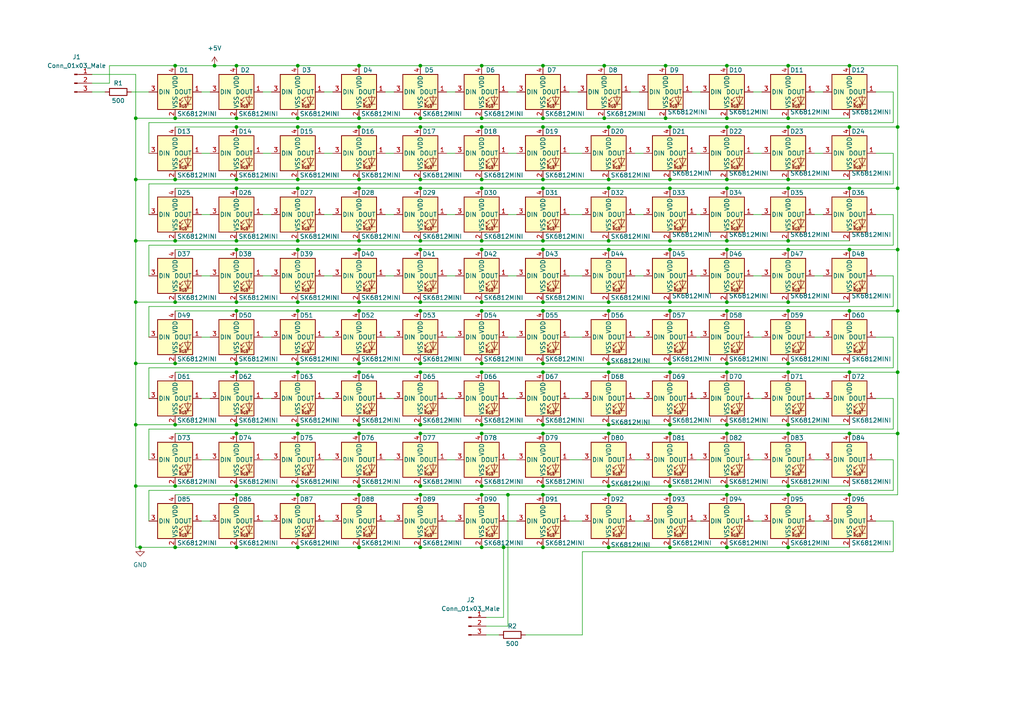
<source format=kicad_sch>
(kicad_sch (version 20211123) (generator eeschema)
  (paper "A4")
  (junction (at 176.53 143.51))
  (junction (at 39.37 34.29))
  (junction (at 86.36 107.95))
  (junction (at 326.39 76.2))
  (junction (at 194.31 52.07))
  (junction (at 358.14 48.26))
  (junction (at 326.39 22.86))
  (junction (at 157.48 69.85))
  (junction (at 307.34 66.04))
  (junction (at 68.58 107.95))
  (junction (at 68.58 87.63))
  (junction (at 104.14 143.51))
  (junction (at 246.38 90.17))
  (junction (at 86.36 69.85))
  (junction (at 320.04 66.04))
  (junction (at 332.74 137.16))
  (junction (at 194.31 105.41))
  (junction (at 313.69 58.42))
  (junction (at 50.8 123.19))
  (junction (at 68.58 34.29))
  (junction (at 300.99 30.48))
  (junction (at 345.44 147.32))
  (junction (at 86.36 54.61))
  (junction (at 210.82 34.29))
  (junction (at 86.36 158.75))
  (junction (at 339.09 30.48))
  (junction (at 104.14 123.19))
  (junction (at 358.14 137.16))
  (junction (at 68.58 140.97))
  (junction (at 307.34 40.64))
  (junction (at 345.44 48.26))
  (junction (at 228.6 140.97))
  (junction (at 139.7 125.73))
  (junction (at 139.7 90.17))
  (junction (at 307.34 76.2))
  (junction (at 68.58 158.75))
  (junction (at 139.7 34.29))
  (junction (at 345.44 111.76))
  (junction (at 121.92 36.83))
  (junction (at 358.14 119.38))
  (junction (at 121.92 107.95))
  (junction (at 300.99 83.82))
  (junction (at 332.74 22.86))
  (junction (at 68.58 125.73))
  (junction (at 351.79 137.16))
  (junction (at 210.82 143.51))
  (junction (at 194.31 140.97))
  (junction (at 86.36 123.19))
  (junction (at 326.39 129.54))
  (junction (at 339.09 22.86))
  (junction (at 86.36 72.39))
  (junction (at 364.49 48.26))
  (junction (at 307.34 111.76))
  (junction (at 326.39 147.32))
  (junction (at 139.7 69.85))
  (junction (at 351.79 66.04))
  (junction (at 228.6 143.51))
  (junction (at 86.36 87.63))
  (junction (at 364.49 129.54))
  (junction (at 176.53 125.73))
  (junction (at 50.8 87.63))
  (junction (at 139.7 87.63))
  (junction (at 326.39 48.26))
  (junction (at 300.99 40.64))
  (junction (at 39.37 140.97))
  (junction (at 364.49 76.2))
  (junction (at 228.6 90.17))
  (junction (at 104.14 52.07))
  (junction (at 104.14 72.39))
  (junction (at 104.14 54.61))
  (junction (at 320.04 137.16))
  (junction (at 210.82 19.05))
  (junction (at 228.6 158.75))
  (junction (at 175.26 19.05))
  (junction (at 139.7 105.41))
  (junction (at 86.36 125.73))
  (junction (at 260.35 36.83))
  (junction (at 210.82 90.17))
  (junction (at 176.53 90.17))
  (junction (at 332.74 154.94))
  (junction (at 339.09 48.26))
  (junction (at 300.99 66.04))
  (junction (at 194.31 90.17))
  (junction (at 320.04 76.2))
  (junction (at 313.69 129.54))
  (junction (at 358.14 93.98))
  (junction (at 210.82 125.73))
  (junction (at 194.31 143.51))
  (junction (at 157.48 34.29))
  (junction (at 326.39 101.6))
  (junction (at 307.34 83.82))
  (junction (at 246.38 54.61))
  (junction (at 300.99 22.86))
  (junction (at 339.09 137.16))
  (junction (at 339.09 66.04))
  (junction (at 339.09 76.2))
  (junction (at 364.49 101.6))
  (junction (at 300.99 129.54))
  (junction (at 351.79 30.48))
  (junction (at 364.49 66.04))
  (junction (at 228.6 107.95))
  (junction (at 364.49 93.98))
  (junction (at 139.7 72.39))
  (junction (at 68.58 143.51))
  (junction (at 300.99 101.6))
  (junction (at 121.92 125.73))
  (junction (at 39.37 69.85))
  (junction (at 351.79 83.82))
  (junction (at 104.14 140.97))
  (junction (at 307.34 154.94))
  (junction (at 86.36 36.83))
  (junction (at 39.37 105.41))
  (junction (at 104.14 105.41))
  (junction (at 210.82 140.97))
  (junction (at 358.14 147.32))
  (junction (at 351.79 147.32))
  (junction (at 300.99 93.98))
  (junction (at 358.14 30.48))
  (junction (at 260.35 90.17))
  (junction (at 210.82 105.41))
  (junction (at 210.82 158.75))
  (junction (at 300.99 137.16))
  (junction (at 320.04 40.64))
  (junction (at 332.74 119.38))
  (junction (at 351.79 119.38))
  (junction (at 157.48 72.39))
  (junction (at 313.69 30.48))
  (junction (at 86.36 105.41))
  (junction (at 176.53 123.19))
  (junction (at 210.82 107.95))
  (junction (at 339.09 83.82))
  (junction (at 326.39 154.94))
  (junction (at 139.7 143.51))
  (junction (at 176.53 72.39))
  (junction (at 364.49 111.76))
  (junction (at 300.99 154.94))
  (junction (at 175.26 34.29))
  (junction (at 300.99 76.2))
  (junction (at 104.14 19.05))
  (junction (at 345.44 119.38))
  (junction (at 68.58 105.41))
  (junction (at 326.39 93.98))
  (junction (at 104.14 87.63))
  (junction (at 121.92 19.05))
  (junction (at 307.34 129.54))
  (junction (at 104.14 36.83))
  (junction (at 68.58 123.19))
  (junction (at 364.49 22.86))
  (junction (at 345.44 22.86))
  (junction (at 351.79 154.94))
  (junction (at 210.82 54.61))
  (junction (at 358.14 76.2))
  (junction (at 307.34 30.48))
  (junction (at 351.79 48.26))
  (junction (at 68.58 69.85))
  (junction (at 157.48 123.19))
  (junction (at 332.74 66.04))
  (junction (at 193.04 34.29))
  (junction (at 86.36 19.05))
  (junction (at 260.35 54.61))
  (junction (at 121.92 123.19))
  (junction (at 121.92 140.97))
  (junction (at 68.58 19.05))
  (junction (at 307.34 137.16))
  (junction (at 176.53 36.83))
  (junction (at 320.04 154.94))
  (junction (at 121.92 72.39))
  (junction (at 339.09 111.76))
  (junction (at 351.79 76.2))
  (junction (at 86.36 90.17))
  (junction (at 332.74 30.48))
  (junction (at 104.14 69.85))
  (junction (at 332.74 83.82))
  (junction (at 320.04 22.86))
  (junction (at 313.69 48.26))
  (junction (at 320.04 119.38))
  (junction (at 210.82 52.07))
  (junction (at 358.14 111.76))
  (junction (at 147.32 143.51))
  (junction (at 307.34 101.6))
  (junction (at 345.44 66.04))
  (junction (at 307.34 147.32))
  (junction (at 228.6 54.61))
  (junction (at 139.7 158.75))
  (junction (at 104.14 34.29))
  (junction (at 194.31 107.95))
  (junction (at 260.35 72.39))
  (junction (at 121.92 52.07))
  (junction (at 139.7 107.95))
  (junction (at 307.34 58.42))
  (junction (at 351.79 22.86))
  (junction (at 62.23 19.05))
  (junction (at 139.7 52.07))
  (junction (at 157.48 107.95))
  (junction (at 146.05 158.75))
  (junction (at 332.74 76.2))
  (junction (at 39.37 52.07))
  (junction (at 307.34 22.86))
  (junction (at 228.6 125.73))
  (junction (at 228.6 34.29))
  (junction (at 228.6 72.39))
  (junction (at 364.49 154.94))
  (junction (at 194.31 123.19))
  (junction (at 121.92 34.29))
  (junction (at 50.8 158.75))
  (junction (at 194.31 36.83))
  (junction (at 339.09 147.32))
  (junction (at 332.74 48.26))
  (junction (at 313.69 101.6))
  (junction (at 260.35 125.73))
  (junction (at 246.38 143.51))
  (junction (at 210.82 72.39))
  (junction (at 50.8 140.97))
  (junction (at 157.48 143.51))
  (junction (at 39.37 87.63))
  (junction (at 351.79 40.64))
  (junction (at 313.69 137.16))
  (junction (at 364.49 83.82))
  (junction (at 246.38 72.39))
  (junction (at 228.6 19.05))
  (junction (at 332.74 111.76))
  (junction (at 345.44 40.64))
  (junction (at 320.04 83.82))
  (junction (at 39.37 123.19))
  (junction (at 345.44 154.94))
  (junction (at 157.48 140.97))
  (junction (at 358.14 129.54))
  (junction (at 260.35 107.95))
  (junction (at 246.38 19.05))
  (junction (at 176.53 140.97))
  (junction (at 157.48 105.41))
  (junction (at 121.92 90.17))
  (junction (at 104.14 107.95))
  (junction (at 50.8 105.41))
  (junction (at 326.39 40.64))
  (junction (at 210.82 36.83))
  (junction (at 157.48 54.61))
  (junction (at 358.14 101.6))
  (junction (at 351.79 129.54))
  (junction (at 358.14 66.04))
  (junction (at 246.38 125.73))
  (junction (at 176.53 52.07))
  (junction (at 246.38 107.95))
  (junction (at 320.04 93.98))
  (junction (at 139.7 123.19))
  (junction (at 339.09 58.42))
  (junction (at 345.44 30.48))
  (junction (at 339.09 129.54))
  (junction (at 364.49 30.48))
  (junction (at 326.39 137.16))
  (junction (at 345.44 137.16))
  (junction (at 326.39 119.38))
  (junction (at 339.09 119.38))
  (junction (at 246.38 36.83))
  (junction (at 326.39 66.04))
  (junction (at 313.69 147.32))
  (junction (at 228.6 69.85))
  (junction (at 339.09 40.64))
  (junction (at 86.36 143.51))
  (junction (at 358.14 58.42))
  (junction (at 68.58 90.17))
  (junction (at 339.09 154.94))
  (junction (at 139.7 140.97))
  (junction (at 157.48 125.73))
  (junction (at 351.79 58.42))
  (junction (at 176.53 87.63))
  (junction (at 364.49 40.64))
  (junction (at 320.04 101.6))
  (junction (at 104.14 90.17))
  (junction (at 193.04 19.05))
  (junction (at 139.7 36.83))
  (junction (at 194.31 69.85))
  (junction (at 194.31 87.63))
  (junction (at 307.34 48.26))
  (junction (at 210.82 123.19))
  (junction (at 320.04 30.48))
  (junction (at 358.14 154.94))
  (junction (at 364.49 119.38))
  (junction (at 307.34 119.38))
  (junction (at 345.44 76.2))
  (junction (at 194.31 158.75))
  (junction (at 345.44 83.82))
  (junction (at 351.79 93.98))
  (junction (at 157.48 19.05))
  (junction (at 68.58 52.07))
  (junction (at 228.6 105.41))
  (junction (at 228.6 52.07))
  (junction (at 40.64 158.75))
  (junction (at 326.39 83.82))
  (junction (at 210.82 69.85))
  (junction (at 68.58 54.61))
  (junction (at 176.53 105.41))
  (junction (at 332.74 40.64))
  (junction (at 121.92 158.75))
  (junction (at 320.04 147.32))
  (junction (at 358.14 40.64))
  (junction (at 50.8 69.85))
  (junction (at 50.8 52.07))
  (junction (at 86.36 52.07))
  (junction (at 300.99 58.42))
  (junction (at 351.79 111.76))
  (junction (at 364.49 147.32))
  (junction (at 157.48 36.83))
  (junction (at 307.34 93.98))
  (junction (at 313.69 119.38))
  (junction (at 332.74 101.6))
  (junction (at 121.92 105.41))
  (junction (at 157.48 90.17))
  (junction (at 313.69 22.86))
  (junction (at 157.48 87.63))
  (junction (at 68.58 36.83))
  (junction (at 50.8 19.05))
  (junction (at 121.92 54.61))
  (junction (at 351.79 101.6))
  (junction (at 345.44 129.54))
  (junction (at 313.69 154.94))
  (junction (at 300.99 111.76))
  (junction (at 121.92 87.63))
  (junction (at 313.69 111.76))
  (junction (at 313.69 40.64))
  (junction (at 320.04 129.54))
  (junction (at 326.39 111.76))
  (junction (at 339.09 93.98))
  (junction (at 121.92 143.51))
  (junction (at 358.14 22.86))
  (junction (at 313.69 83.82))
  (junction (at 194.31 125.73))
  (junction (at 332.74 58.42))
  (junction (at 228.6 123.19))
  (junction (at 345.44 58.42))
  (junction (at 326.39 30.48))
  (junction (at 339.09 101.6))
  (junction (at 300.99 48.26))
  (junction (at 104.14 158.75))
  (junction (at 332.74 93.98))
  (junction (at 176.53 54.61))
  (junction (at 86.36 34.29))
  (junction (at 364.49 137.16))
  (junction (at 157.48 52.07))
  (junction (at 358.14 83.82))
  (junction (at 313.69 93.98))
  (junction (at 194.31 72.39))
  (junction (at 332.74 147.32))
  (junction (at 332.74 129.54))
  (junction (at 300.99 119.38))
  (junction (at 86.36 140.97))
  (junction (at 228.6 36.83))
  (junction (at 176.53 107.95))
  (junction (at 313.69 76.2))
  (junction (at 194.31 54.61))
  (junction (at 139.7 54.61))
  (junction (at 364.49 58.42))
  (junction (at 176.53 158.75))
  (junction (at 345.44 93.98))
  (junction (at 300.99 147.32))
  (junction (at 50.8 34.29))
  (junction (at 68.58 72.39))
  (junction (at 121.92 69.85))
  (junction (at 228.6 87.63))
  (junction (at 320.04 58.42))
  (junction (at 176.53 69.85))
  (junction (at 139.7 19.05))
  (junction (at 320.04 111.76))
  (junction (at 320.04 48.26))
  (junction (at 210.82 87.63))
  (junction (at 326.39 58.42))
  (junction (at 313.69 66.04))
  (junction (at 104.14 125.73))
  (junction (at 157.48 158.75))
  (junction (at 345.44 101.6))
  (wire (pts (xy 139.7 19.05) (xy 157.48 19.05)))
  (wire (pts (xy 300.99 137.16) (xy 307.34 137.16)))
  (wire (pts (xy 93.98 97.79) (xy 96.52 97.79)))
  (wire (pts (xy 259.08 80.01) (xy 259.08 88.9)))
  (wire (pts (xy 364.49 66.04) (xy 370.84 66.04)))
  (wire (pts (xy 332.74 30.48) (xy 339.09 30.48)))
  (wire (pts (xy 43.18 71.12) (xy 43.18 80.01)))
  (wire (pts (xy 210.82 72.39) (xy 228.6 72.39)))
  (wire (pts (xy 93.98 133.35) (xy 96.52 133.35)))
  (wire (pts (xy 194.31 105.41) (xy 210.82 105.41)))
  (wire (pts (xy 218.44 115.57) (xy 220.98 115.57)))
  (wire (pts (xy 246.38 72.39) (xy 260.35 72.39)))
  (wire (pts (xy 364.49 58.42) (xy 370.84 58.42)))
  (wire (pts (xy 43.18 133.35) (xy 43.18 124.46)))
  (wire (pts (xy 307.34 119.38) (xy 313.69 119.38)))
  (wire (pts (xy 345.44 93.98) (xy 351.79 93.98)))
  (wire (pts (xy 246.38 125.73) (xy 260.35 125.73)))
  (wire (pts (xy 147.32 143.51) (xy 147.32 181.61)))
  (wire (pts (xy 345.44 58.42) (xy 351.79 58.42)))
  (wire (pts (xy 184.15 97.79) (xy 186.69 97.79)))
  (wire (pts (xy 332.74 76.2) (xy 339.09 76.2)))
  (wire (pts (xy 254 133.35) (xy 259.08 133.35)))
  (wire (pts (xy 300.99 129.54) (xy 307.34 129.54)))
  (wire (pts (xy 86.36 72.39) (xy 104.14 72.39)))
  (wire (pts (xy 93.98 80.01) (xy 96.52 80.01)))
  (wire (pts (xy 246.38 19.05) (xy 260.35 19.05)))
  (wire (pts (xy 147.32 26.67) (xy 149.86 26.67)))
  (wire (pts (xy 300.99 30.48) (xy 307.34 30.48)))
  (wire (pts (xy 228.6 123.19) (xy 246.38 123.19)))
  (wire (pts (xy 358.14 111.76) (xy 364.49 111.76)))
  (wire (pts (xy 307.34 83.82) (xy 313.69 83.82)))
  (wire (pts (xy 358.14 58.42) (xy 364.49 58.42)))
  (wire (pts (xy 58.42 97.79) (xy 60.96 97.79)))
  (wire (pts (xy 68.58 54.61) (xy 86.36 54.61)))
  (wire (pts (xy 246.38 90.17) (xy 260.35 90.17)))
  (wire (pts (xy 259.08 44.45) (xy 259.08 53.34)))
  (wire (pts (xy 210.82 140.97) (xy 228.6 140.97)))
  (wire (pts (xy 307.34 58.42) (xy 313.69 58.42)))
  (wire (pts (xy 313.69 119.38) (xy 320.04 119.38)))
  (wire (pts (xy 351.79 93.98) (xy 358.14 93.98)))
  (wire (pts (xy 139.7 87.63) (xy 157.48 87.63)))
  (wire (pts (xy 176.53 158.75) (xy 194.31 158.75)))
  (wire (pts (xy 300.99 119.38) (xy 307.34 119.38)))
  (wire (pts (xy 58.42 151.13) (xy 60.96 151.13)))
  (wire (pts (xy 351.79 58.42) (xy 358.14 58.42)))
  (wire (pts (xy 58.42 26.67) (xy 60.96 26.67)))
  (wire (pts (xy 259.08 35.56) (xy 43.18 35.56)))
  (wire (pts (xy 326.39 154.94) (xy 332.74 154.94)))
  (wire (pts (xy 157.48 123.19) (xy 176.53 123.19)))
  (wire (pts (xy 228.6 90.17) (xy 246.38 90.17)))
  (wire (pts (xy 339.09 76.2) (xy 345.44 76.2)))
  (wire (pts (xy 339.09 119.38) (xy 345.44 119.38)))
  (wire (pts (xy 168.91 184.15) (xy 168.91 160.02)))
  (wire (pts (xy 260.35 125.73) (xy 260.35 143.51)))
  (wire (pts (xy 228.6 105.41) (xy 246.38 105.41)))
  (wire (pts (xy 339.09 66.04) (xy 345.44 66.04)))
  (wire (pts (xy 157.48 34.29) (xy 175.26 34.29)))
  (wire (pts (xy 260.35 36.83) (xy 260.35 54.61)))
  (wire (pts (xy 68.58 143.51) (xy 86.36 143.51)))
  (wire (pts (xy 201.93 151.13) (xy 203.2 151.13)))
  (wire (pts (xy 39.37 52.07) (xy 50.8 52.07)))
  (wire (pts (xy 351.79 154.94) (xy 358.14 154.94)))
  (wire (pts (xy 300.99 83.82) (xy 307.34 83.82)))
  (wire (pts (xy 364.49 147.32) (xy 370.84 147.32)))
  (wire (pts (xy 39.37 69.85) (xy 50.8 69.85)))
  (wire (pts (xy 76.2 151.13) (xy 78.74 151.13)))
  (wire (pts (xy 313.69 137.16) (xy 320.04 137.16)))
  (wire (pts (xy 184.15 133.35) (xy 186.69 133.35)))
  (wire (pts (xy 228.6 72.39) (xy 246.38 72.39)))
  (wire (pts (xy 129.54 97.79) (xy 132.08 97.79)))
  (wire (pts (xy 307.34 154.94) (xy 313.69 154.94)))
  (wire (pts (xy 313.69 147.32) (xy 320.04 147.32)))
  (wire (pts (xy 246.38 107.95) (xy 260.35 107.95)))
  (wire (pts (xy 68.58 19.05) (xy 86.36 19.05)))
  (wire (pts (xy 147.32 62.23) (xy 149.86 62.23)))
  (wire (pts (xy 193.04 34.29) (xy 210.82 34.29)))
  (wire (pts (xy 364.49 93.98) (xy 370.84 93.98)))
  (wire (pts (xy 313.69 93.98) (xy 320.04 93.98)))
  (wire (pts (xy 68.58 52.07) (xy 86.36 52.07)))
  (wire (pts (xy 93.98 44.45) (xy 96.52 44.45)))
  (wire (pts (xy 43.18 106.68) (xy 43.18 115.57)))
  (wire (pts (xy 300.99 22.86) (xy 307.34 22.86)))
  (wire (pts (xy 129.54 133.35) (xy 132.08 133.35)))
  (wire (pts (xy 176.53 52.07) (xy 194.31 52.07)))
  (wire (pts (xy 320.04 76.2) (xy 326.39 76.2)))
  (wire (pts (xy 210.82 105.41) (xy 228.6 105.41)))
  (wire (pts (xy 104.14 140.97) (xy 121.92 140.97)))
  (wire (pts (xy 218.44 97.79) (xy 220.98 97.79)))
  (wire (pts (xy 139.7 140.97) (xy 157.48 140.97)))
  (wire (pts (xy 147.32 80.01) (xy 149.86 80.01)))
  (wire (pts (xy 364.49 154.94) (xy 370.84 154.94)))
  (wire (pts (xy 345.44 147.32) (xy 351.79 147.32)))
  (wire (pts (xy 157.48 107.95) (xy 176.53 107.95)))
  (wire (pts (xy 157.48 140.97) (xy 176.53 140.97)))
  (wire (pts (xy 313.69 154.94) (xy 320.04 154.94)))
  (wire (pts (xy 300.99 154.94) (xy 307.34 154.94)))
  (wire (pts (xy 345.44 22.86) (xy 351.79 22.86)))
  (wire (pts (xy 157.48 72.39) (xy 176.53 72.39)))
  (wire (pts (xy 147.32 143.51) (xy 157.48 143.51)))
  (wire (pts (xy 111.76 80.01) (xy 114.3 80.01)))
  (wire (pts (xy 326.39 66.04) (xy 332.74 66.04)))
  (wire (pts (xy 326.39 83.82) (xy 332.74 83.82)))
  (wire (pts (xy 121.92 90.17) (xy 139.7 90.17)))
  (wire (pts (xy 157.48 69.85) (xy 176.53 69.85)))
  (wire (pts (xy 39.37 52.07) (xy 39.37 34.29)))
  (wire (pts (xy 228.6 107.95) (xy 246.38 107.95)))
  (wire (pts (xy 194.31 72.39) (xy 210.82 72.39)))
  (wire (pts (xy 86.36 52.07) (xy 104.14 52.07)))
  (wire (pts (xy 345.44 48.26) (xy 351.79 48.26)))
  (wire (pts (xy 326.39 48.26) (xy 332.74 48.26)))
  (wire (pts (xy 246.38 54.61) (xy 260.35 54.61)))
  (wire (pts (xy 210.82 143.51) (xy 228.6 143.51)))
  (wire (pts (xy 313.69 111.76) (xy 320.04 111.76)))
  (wire (pts (xy 39.37 21.59) (xy 39.37 34.29)))
  (wire (pts (xy 236.22 62.23) (xy 238.76 62.23)))
  (wire (pts (xy 358.14 22.86) (xy 364.49 22.86)))
  (wire (pts (xy 339.09 129.54) (xy 345.44 129.54)))
  (wire (pts (xy 68.58 72.39) (xy 86.36 72.39)))
  (wire (pts (xy 339.09 83.82) (xy 345.44 83.82)))
  (wire (pts (xy 176.53 143.51) (xy 194.31 143.51)))
  (wire (pts (xy 129.54 115.57) (xy 132.08 115.57)))
  (wire (pts (xy 111.76 115.57) (xy 114.3 115.57)))
  (wire (pts (xy 320.04 129.54) (xy 326.39 129.54)))
  (wire (pts (xy 210.82 87.63) (xy 228.6 87.63)))
  (wire (pts (xy 300.99 76.2) (xy 307.34 76.2)))
  (wire (pts (xy 259.08 160.02) (xy 259.08 151.13)))
  (wire (pts (xy 358.14 129.54) (xy 364.49 129.54)))
  (wire (pts (xy 147.32 133.35) (xy 149.86 133.35)))
  (wire (pts (xy 39.37 87.63) (xy 39.37 69.85)))
  (wire (pts (xy 86.36 107.95) (xy 104.14 107.95)))
  (wire (pts (xy 358.14 76.2) (xy 364.49 76.2)))
  (wire (pts (xy 93.98 151.13) (xy 96.52 151.13)))
  (wire (pts (xy 76.2 133.35) (xy 78.74 133.35)))
  (wire (pts (xy 320.04 66.04) (xy 326.39 66.04)))
  (wire (pts (xy 300.99 101.6) (xy 307.34 101.6)))
  (wire (pts (xy 139.7 143.51) (xy 147.32 143.51)))
  (wire (pts (xy 50.8 90.17) (xy 68.58 90.17)))
  (wire (pts (xy 176.53 87.63) (xy 194.31 87.63)))
  (wire (pts (xy 326.39 129.54) (xy 332.74 129.54)))
  (wire (pts (xy 86.36 19.05) (xy 104.14 19.05)))
  (wire (pts (xy 152.4 184.15) (xy 168.91 184.15)))
  (wire (pts (xy 157.48 125.73) (xy 176.53 125.73)))
  (wire (pts (xy 176.53 69.85) (xy 194.31 69.85)))
  (wire (pts (xy 201.93 80.01) (xy 203.2 80.01)))
  (wire (pts (xy 50.8 105.41) (xy 68.58 105.41)))
  (wire (pts (xy 339.09 147.32) (xy 345.44 147.32)))
  (wire (pts (xy 351.79 111.76) (xy 358.14 111.76)))
  (wire (pts (xy 86.36 87.63) (xy 104.14 87.63)))
  (wire (pts (xy 26.67 26.67) (xy 30.48 26.67)))
  (wire (pts (xy 351.79 40.64) (xy 358.14 40.64)))
  (wire (pts (xy 260.35 107.95) (xy 260.35 125.73)))
  (wire (pts (xy 146.05 158.75) (xy 157.48 158.75)))
  (wire (pts (xy 43.18 124.46) (xy 259.08 124.46)))
  (wire (pts (xy 228.6 34.29) (xy 246.38 34.29)))
  (wire (pts (xy 300.99 58.42) (xy 307.34 58.42)))
  (wire (pts (xy 254 115.57) (xy 259.08 115.57)))
  (wire (pts (xy 210.82 36.83) (xy 228.6 36.83)))
  (wire (pts (xy 210.82 52.07) (xy 228.6 52.07)))
  (wire (pts (xy 139.7 90.17) (xy 157.48 90.17)))
  (wire (pts (xy 76.2 80.01) (xy 78.74 80.01)))
  (wire (pts (xy 139.7 105.41) (xy 157.48 105.41)))
  (wire (pts (xy 351.79 119.38) (xy 358.14 119.38)))
  (wire (pts (xy 254 62.23) (xy 259.08 62.23)))
  (wire (pts (xy 345.44 111.76) (xy 351.79 111.76)))
  (wire (pts (xy 332.74 22.86) (xy 339.09 22.86)))
  (wire (pts (xy 364.49 48.26) (xy 370.84 48.26)))
  (wire (pts (xy 210.82 19.05) (xy 228.6 19.05)))
  (wire (pts (xy 121.92 19.05) (xy 139.7 19.05)))
  (wire (pts (xy 50.8 158.75) (xy 40.64 158.75)))
  (wire (pts (xy 104.14 72.39) (xy 121.92 72.39)))
  (wire (pts (xy 307.34 76.2) (xy 313.69 76.2)))
  (wire (pts (xy 139.7 36.83) (xy 157.48 36.83)))
  (wire (pts (xy 194.31 140.97) (xy 210.82 140.97)))
  (wire (pts (xy 300.99 111.76) (xy 307.34 111.76)))
  (wire (pts (xy 210.82 158.75) (xy 228.6 158.75)))
  (wire (pts (xy 218.44 62.23) (xy 220.98 62.23)))
  (wire (pts (xy 320.04 119.38) (xy 326.39 119.38)))
  (wire (pts (xy 93.98 26.67) (xy 96.52 26.67)))
  (wire (pts (xy 129.54 80.01) (xy 132.08 80.01)))
  (wire (pts (xy 332.74 83.82) (xy 339.09 83.82)))
  (wire (pts (xy 104.14 105.41) (xy 121.92 105.41)))
  (wire (pts (xy 326.39 147.32) (xy 332.74 147.32)))
  (wire (pts (xy 326.39 119.38) (xy 332.74 119.38)))
  (wire (pts (xy 121.92 107.95) (xy 139.7 107.95)))
  (wire (pts (xy 254 44.45) (xy 259.08 44.45)))
  (wire (pts (xy 332.74 48.26) (xy 339.09 48.26)))
  (wire (pts (xy 339.09 93.98) (xy 345.44 93.98)))
  (wire (pts (xy 320.04 30.48) (xy 326.39 30.48)))
  (wire (pts (xy 76.2 26.67) (xy 78.74 26.67)))
  (wire (pts (xy 129.54 151.13) (xy 132.08 151.13)))
  (wire (pts (xy 351.79 83.82) (xy 358.14 83.82)))
  (wire (pts (xy 68.58 105.41) (xy 86.36 105.41)))
  (wire (pts (xy 201.93 44.45) (xy 203.2 44.45)))
  (wire (pts (xy 259.08 133.35) (xy 259.08 142.24)))
  (wire (pts (xy 121.92 158.75) (xy 139.7 158.75)))
  (wire (pts (xy 201.93 97.79) (xy 203.2 97.79)))
  (wire (pts (xy 339.09 58.42) (xy 345.44 58.42)))
  (wire (pts (xy 139.7 107.95) (xy 157.48 107.95)))
  (wire (pts (xy 121.92 87.63) (xy 139.7 87.63)))
  (wire (pts (xy 62.23 19.05) (xy 68.58 19.05)))
  (wire (pts (xy 184.15 80.01) (xy 186.69 80.01)))
  (wire (pts (xy 259.08 62.23) (xy 259.08 71.12)))
  (wire (pts (xy 218.44 44.45) (xy 220.98 44.45)))
  (wire (pts (xy 228.6 143.51) (xy 246.38 143.51)))
  (wire (pts (xy 364.49 111.76) (xy 370.84 111.76)))
  (wire (pts (xy 121.92 72.39) (xy 139.7 72.39)))
  (wire (pts (xy 307.34 137.16) (xy 313.69 137.16)))
  (wire (pts (xy 345.44 83.82) (xy 351.79 83.82)))
  (wire (pts (xy 307.34 111.76) (xy 313.69 111.76)))
  (wire (pts (xy 58.42 133.35) (xy 60.96 133.35)))
  (wire (pts (xy 111.76 97.79) (xy 114.3 97.79)))
  (wire (pts (xy 50.8 143.51) (xy 68.58 143.51)))
  (wire (pts (xy 320.04 154.94) (xy 326.39 154.94)))
  (wire (pts (xy 332.74 119.38) (xy 339.09 119.38)))
  (wire (pts (xy 332.74 137.16) (xy 339.09 137.16)))
  (wire (pts (xy 86.36 36.83) (xy 104.14 36.83)))
  (wire (pts (xy 228.6 140.97) (xy 246.38 140.97)))
  (wire (pts (xy 351.79 76.2) (xy 358.14 76.2)))
  (wire (pts (xy 68.58 140.97) (xy 86.36 140.97)))
  (wire (pts (xy 104.14 34.29) (xy 121.92 34.29)))
  (wire (pts (xy 26.67 24.13) (xy 31.75 24.13)))
  (wire (pts (xy 364.49 83.82) (xy 370.84 83.82)))
  (wire (pts (xy 218.44 151.13) (xy 220.98 151.13)))
  (wire (pts (xy 139.7 52.07) (xy 157.48 52.07)))
  (wire (pts (xy 121.92 54.61) (xy 139.7 54.61)))
  (wire (pts (xy 254 80.01) (xy 259.08 80.01)))
  (wire (pts (xy 176.53 107.95) (xy 194.31 107.95)))
  (wire (pts (xy 218.44 80.01) (xy 220.98 80.01)))
  (wire (pts (xy 210.82 107.95) (xy 228.6 107.95)))
  (wire (pts (xy 210.82 90.17) (xy 228.6 90.17)))
  (wire (pts (xy 104.14 54.61) (xy 121.92 54.61)))
  (wire (pts (xy 345.44 66.04) (xy 351.79 66.04)))
  (wire (pts (xy 218.44 133.35) (xy 220.98 133.35)))
  (wire (pts (xy 364.49 22.86) (xy 370.84 22.86)))
  (wire (pts (xy 200.66 26.67) (xy 203.2 26.67)))
  (wire (pts (xy 31.75 19.05) (xy 50.8 19.05)))
  (wire (pts (xy 121.92 105.41) (xy 139.7 105.41)))
  (wire (pts (xy 228.6 69.85) (xy 246.38 69.85)))
  (wire (pts (xy 326.39 76.2) (xy 332.74 76.2)))
  (wire (pts (xy 345.44 119.38) (xy 351.79 119.38)))
  (wire (pts (xy 358.14 40.64) (xy 364.49 40.64)))
  (wire (pts (xy 358.14 147.32) (xy 364.49 147.32)))
  (wire (pts (xy 210.82 125.73) (xy 228.6 125.73)))
  (wire (pts (xy 68.58 90.17) (xy 86.36 90.17)))
  (wire (pts (xy 39.37 105.41) (xy 50.8 105.41)))
  (wire (pts (xy 104.14 90.17) (xy 121.92 90.17)))
  (wire (pts (xy 175.26 19.05) (xy 193.04 19.05)))
  (wire (pts (xy 139.7 125.73) (xy 157.48 125.73)))
  (wire (pts (xy 86.36 90.17) (xy 104.14 90.17)))
  (wire (pts (xy 165.1 26.67) (xy 167.64 26.67)))
  (wire (pts (xy 236.22 26.67) (xy 238.76 26.67)))
  (wire (pts (xy 194.31 54.61) (xy 210.82 54.61)))
  (wire (pts (xy 39.37 34.29) (xy 50.8 34.29)))
  (wire (pts (xy 39.37 69.85) (xy 39.37 52.07)))
  (wire (pts (xy 176.53 125.73) (xy 194.31 125.73)))
  (wire (pts (xy 210.82 69.85) (xy 228.6 69.85)))
  (wire (pts (xy 332.74 147.32) (xy 339.09 147.32)))
  (wire (pts (xy 184.15 62.23) (xy 186.69 62.23)))
  (wire (pts (xy 50.8 19.05) (xy 62.23 19.05)))
  (wire (pts (xy 254 26.67) (xy 259.08 26.67)))
  (wire (pts (xy 254 97.79) (xy 259.08 97.79)))
  (wire (pts (xy 50.8 72.39) (xy 68.58 72.39)))
  (wire (pts (xy 194.31 90.17) (xy 210.82 90.17)))
  (wire (pts (xy 86.36 34.29) (xy 104.14 34.29)))
  (wire (pts (xy 300.99 93.98) (xy 307.34 93.98)))
  (wire (pts (xy 121.92 140.97) (xy 139.7 140.97)))
  (wire (pts (xy 43.18 35.56) (xy 43.18 44.45)))
  (wire (pts (xy 351.79 137.16) (xy 358.14 137.16)))
  (wire (pts (xy 194.31 125.73) (xy 210.82 125.73)))
  (wire (pts (xy 300.99 48.26) (xy 307.34 48.26)))
  (wire (pts (xy 50.8 140.97) (xy 68.58 140.97)))
  (wire (pts (xy 358.14 154.94) (xy 364.49 154.94)))
  (wire (pts (xy 326.39 58.42) (xy 332.74 58.42)))
  (wire (pts (xy 76.2 97.79) (xy 78.74 97.79)))
  (wire (pts (xy 358.14 119.38) (xy 364.49 119.38)))
  (wire (pts (xy 147.32 115.57) (xy 149.86 115.57)))
  (wire (pts (xy 104.14 19.05) (xy 121.92 19.05)))
  (wire (pts (xy 68.58 123.19) (xy 86.36 123.19)))
  (wire (pts (xy 339.09 101.6) (xy 345.44 101.6)))
  (wire (pts (xy 68.58 36.83) (xy 86.36 36.83)))
  (wire (pts (xy 345.44 129.54) (xy 351.79 129.54)))
  (wire (pts (xy 313.69 40.64) (xy 320.04 40.64)))
  (wire (pts (xy 39.37 123.19) (xy 39.37 105.41)))
  (wire (pts (xy 147.32 151.13) (xy 149.86 151.13)))
  (wire (pts (xy 259.08 151.13) (xy 254 151.13)))
  (wire (pts (xy 175.26 34.29) (xy 193.04 34.29)))
  (wire (pts (xy 345.44 137.16) (xy 351.79 137.16)))
  (wire (pts (xy 176.53 72.39) (xy 194.31 72.39)))
  (wire (pts (xy 129.54 44.45) (xy 132.08 44.45)))
  (wire (pts (xy 139.7 123.19) (xy 157.48 123.19)))
  (wire (pts (xy 259.08 142.24) (xy 43.18 142.24)))
  (wire (pts (xy 68.58 34.29) (xy 86.36 34.29)))
  (wire (pts (xy 313.69 129.54) (xy 320.04 129.54)))
  (wire (pts (xy 176.53 90.17) (xy 194.31 90.17)))
  (wire (pts (xy 228.6 158.75) (xy 246.38 158.75)))
  (wire (pts (xy 104.14 69.85) (xy 121.92 69.85)))
  (wire (pts (xy 50.8 69.85) (xy 68.58 69.85)))
  (wire (pts (xy 139.7 54.61) (xy 157.48 54.61)))
  (wire (pts (xy 210.82 54.61) (xy 228.6 54.61)))
  (wire (pts (xy 58.42 62.23) (xy 60.96 62.23)))
  (wire (pts (xy 39.37 105.41) (xy 39.37 87.63)))
  (wire (pts (xy 313.69 48.26) (xy 320.04 48.26)))
  (wire (pts (xy 307.34 129.54) (xy 313.69 129.54)))
  (wire (pts (xy 50.8 87.63) (xy 68.58 87.63)))
  (wire (pts (xy 259.08 115.57) (xy 259.08 124.46)))
  (wire (pts (xy 332.74 111.76) (xy 339.09 111.76)))
  (wire (pts (xy 76.2 44.45) (xy 78.74 44.45)))
  (wire (pts (xy 236.22 97.79) (xy 238.76 97.79)))
  (wire (pts (xy 210.82 123.19) (xy 228.6 123.19)))
  (wire (pts (xy 157.48 87.63) (xy 176.53 87.63)))
  (wire (pts (xy 176.53 105.41) (xy 194.31 105.41)))
  (wire (pts (xy 184.15 115.57) (xy 186.69 115.57)))
  (wire (pts (xy 139.7 158.75) (xy 146.05 158.75)))
  (wire (pts (xy 228.6 19.05) (xy 246.38 19.05)))
  (wire (pts (xy 300.99 40.64) (xy 307.34 40.64)))
  (wire (pts (xy 104.14 123.19) (xy 121.92 123.19)))
  (wire (pts (xy 259.08 26.67) (xy 259.08 35.56)))
  (wire (pts (xy 140.97 181.61) (xy 147.32 181.61)))
  (wire (pts (xy 86.36 143.51) (xy 104.14 143.51)))
  (wire (pts (xy 307.34 22.86) (xy 313.69 22.86)))
  (wire (pts (xy 320.04 111.76) (xy 326.39 111.76)))
  (wire (pts (xy 86.36 158.75) (xy 104.14 158.75)))
  (wire (pts (xy 320.04 48.26) (xy 326.39 48.26)))
  (wire (pts (xy 184.15 151.13) (xy 186.69 151.13)))
  (wire (pts (xy 121.92 36.83) (xy 139.7 36.83)))
  (wire (pts (xy 218.44 26.67) (xy 220.98 26.67)))
  (wire (pts (xy 50.8 34.29) (xy 68.58 34.29)))
  (wire (pts (xy 50.8 36.83) (xy 68.58 36.83)))
  (wire (pts (xy 31.75 19.05) (xy 31.75 24.13)))
  (wire (pts (xy 228.6 54.61) (xy 246.38 54.61)))
  (wire (pts (xy 339.09 30.48) (xy 345.44 30.48)))
  (wire (pts (xy 104.14 87.63) (xy 121.92 87.63)))
  (wire (pts (xy 260.35 19.05) (xy 260.35 36.83)))
  (wire (pts (xy 332.74 66.04) (xy 339.09 66.04)))
  (wire (pts (xy 193.04 19.05) (xy 210.82 19.05)))
  (wire (pts (xy 345.44 76.2) (xy 351.79 76.2)))
  (wire (pts (xy 313.69 22.86) (xy 320.04 22.86)))
  (wire (pts (xy 307.34 93.98) (xy 313.69 93.98)))
  (wire (pts (xy 358.14 48.26) (xy 364.49 48.26)))
  (wire (pts (xy 68.58 125.73) (xy 86.36 125.73)))
  (wire (pts (xy 260.35 90.17) (xy 260.35 107.95)))
  (wire (pts (xy 58.42 80.01) (xy 60.96 80.01)))
  (wire (pts (xy 43.18 88.9) (xy 259.08 88.9)))
  (wire (pts (xy 104.14 52.07) (xy 121.92 52.07)))
  (wire (pts (xy 165.1 62.23) (xy 168.91 62.23)))
  (wire (pts (xy 320.04 101.6) (xy 326.39 101.6)))
  (wire (pts (xy 104.14 125.73) (xy 121.92 125.73)))
  (wire (pts (xy 184.15 44.45) (xy 186.69 44.45)))
  (wire (pts (xy 358.14 137.16) (xy 364.49 137.16)))
  (wire (pts (xy 194.31 69.85) (xy 210.82 69.85)))
  (wire (pts (xy 121.92 143.51) (xy 139.7 143.51)))
  (wire (pts (xy 300.99 66.04) (xy 307.34 66.04)))
  (wire (pts (xy 326.39 22.86) (xy 332.74 22.86)))
  (wire (pts (xy 210.82 34.29) (xy 228.6 34.29)))
  (wire (pts (xy 320.04 147.32) (xy 326.39 147.32)))
  (wire (pts (xy 194.31 107.95) (xy 210.82 107.95)))
  (wire (pts (xy 39.37 123.19) (xy 50.8 123.19)))
  (wire (pts (xy 320.04 137.16) (xy 326.39 137.16)))
  (wire (pts (xy 121.92 125.73) (xy 139.7 125.73)))
  (wire (pts (xy 168.91 160.02) (xy 259.08 160.02)))
  (wire (pts (xy 260.35 54.61) (xy 260.35 72.39)))
  (wire (pts (xy 364.49 30.48) (xy 370.84 30.48)))
  (wire (pts (xy 332.74 93.98) (xy 339.09 93.98)))
  (wire (pts (xy 93.98 115.57) (xy 96.52 115.57)))
  (wire (pts (xy 165.1 80.01) (xy 168.91 80.01)))
  (wire (pts (xy 228.6 52.07) (xy 246.38 52.07)))
  (wire (pts (xy 364.49 40.64) (xy 370.84 40.64)))
  (wire (pts (xy 313.69 66.04) (xy 320.04 66.04)))
  (wire (pts (xy 121.92 123.19) (xy 139.7 123.19)))
  (wire (pts (xy 176.53 140.97) (xy 194.31 140.97)))
  (wire (pts (xy 50.8 107.95) (xy 68.58 107.95)))
  (wire (pts (xy 300.99 147.32) (xy 307.34 147.32)))
  (wire (pts (xy 129.54 62.23) (xy 132.08 62.23)))
  (wire (pts (xy 351.79 101.6) (xy 358.14 101.6)))
  (wire (pts (xy 364.49 101.6) (xy 370.84 101.6)))
  (wire (pts (xy 320.04 83.82) (xy 326.39 83.82)))
  (wire (pts (xy 194.31 158.75) (xy 210.82 158.75)))
  (wire (pts (xy 104.14 158.75) (xy 121.92 158.75)))
  (wire (pts (xy 228.6 125.73) (xy 246.38 125.73)))
  (wire (pts (xy 121.92 34.29) (xy 139.7 34.29)))
  (wire (pts (xy 320.04 22.86) (xy 326.39 22.86)))
  (wire (pts (xy 345.44 101.6) (xy 351.79 101.6)))
  (wire (pts (xy 165.1 115.57) (xy 168.91 115.57)))
  (wire (pts (xy 201.93 133.35) (xy 203.2 133.35)))
  (wire (pts (xy 358.14 101.6) (xy 364.49 101.6)))
  (wire (pts (xy 165.1 133.35) (xy 168.91 133.35)))
  (wire (pts (xy 259.08 106.68) (xy 43.18 106.68)))
  (wire (pts (xy 140.97 184.15) (xy 144.78 184.15)))
  (wire (pts (xy 86.36 123.19) (xy 104.14 123.19)))
  (wire (pts (xy 43.18 97.79) (xy 43.18 88.9)))
  (wire (pts (xy 326.39 93.98) (xy 332.74 93.98)))
  (wire (pts (xy 236.22 133.35) (xy 238.76 133.35)))
  (wire (pts (xy 194.31 143.51) (xy 210.82 143.51)))
  (wire (pts (xy 157.48 105.41) (xy 176.53 105.41)))
  (wire (pts (xy 351.79 22.86) (xy 358.14 22.86)))
  (wire (pts (xy 351.79 129.54) (xy 358.14 129.54)))
  (wire (pts (xy 194.31 87.63) (xy 210.82 87.63)))
  (wire (pts (xy 194.31 123.19) (xy 210.82 123.19)))
  (wire (pts (xy 339.09 48.26) (xy 345.44 48.26)))
  (wire (pts (xy 313.69 58.42) (xy 320.04 58.42)))
  (wire (pts (xy 358.14 30.48) (xy 364.49 30.48)))
  (wire (pts (xy 40.64 158.75) (xy 39.37 158.75)))
  (wire (pts (xy 86.36 54.61) (xy 104.14 54.61)))
  (wire (pts (xy 121.92 69.85) (xy 139.7 69.85)))
  (wire (pts (xy 182.88 26.67) (xy 185.42 26.67)))
  (wire (pts (xy 339.09 137.16) (xy 345.44 137.16)))
  (wire (pts (xy 86.36 125.73) (xy 104.14 125.73)))
  (wire (pts (xy 86.36 105.41) (xy 104.14 105.41)))
  (wire (pts (xy 364.49 129.54) (xy 370.84 129.54)))
  (wire (pts (xy 332.74 129.54) (xy 339.09 129.54)))
  (wire (pts (xy 201.93 62.23) (xy 203.2 62.23)))
  (wire (pts (xy 228.6 36.83) (xy 246.38 36.83)))
  (wire (pts (xy 50.8 158.75) (xy 68.58 158.75)))
  (wire (pts (xy 351.79 147.32) (xy 358.14 147.32)))
  (wire (pts (xy 320.04 58.42) (xy 326.39 58.42)))
  (wire (pts (xy 104.14 36.83) (xy 121.92 36.83)))
  (wire (pts (xy 165.1 44.45) (xy 168.91 44.45)))
  (wire (pts (xy 165.1 97.79) (xy 168.91 97.79)))
  (wire (pts (xy 139.7 69.85) (xy 157.48 69.85)))
  (wire (pts (xy 313.69 30.48) (xy 320.04 30.48)))
  (wire (pts (xy 111.76 26.67) (xy 114.3 26.67)))
  (wire (pts (xy 332.74 101.6) (xy 339.09 101.6)))
  (wire (pts (xy 43.18 142.24) (xy 43.18 151.13)))
  (wire (pts (xy 339.09 40.64) (xy 345.44 40.64)))
  (wire (pts (xy 26.67 21.59) (xy 39.37 21.59)))
  (wire (pts (xy 201.93 115.57) (xy 203.2 115.57)))
  (wire (pts (xy 86.36 140.97) (xy 104.14 140.97)))
  (wire (pts (xy 326.39 40.64) (xy 332.74 40.64)))
  (wire (pts (xy 332.74 154.94) (xy 339.09 154.94)))
  (wire (pts (xy 111.76 151.13) (xy 114.3 151.13)))
  (wire (pts (xy 345.44 40.64) (xy 351.79 40.64)))
  (wire (pts (xy 326.39 111.76) (xy 332.74 111.76)))
  (wire (pts (xy 351.79 66.04) (xy 358.14 66.04)))
  (wire (pts (xy 147.32 97.79) (xy 149.86 97.79)))
  (wire (pts (xy 58.42 115.57) (xy 60.96 115.57)))
  (wire (pts (xy 307.34 147.32) (xy 313.69 147.32)))
  (wire (pts (xy 307.34 48.26) (xy 313.69 48.26)))
  (wire (pts (xy 236.22 44.45) (xy 238.76 44.45)))
  (wire (pts (xy 339.09 111.76) (xy 345.44 111.76)))
  (wire (pts (xy 111.76 62.23) (xy 114.3 62.23)))
  (wire (pts (xy 259.08 97.79) (xy 259.08 106.68)))
  (wire (pts (xy 326.39 101.6) (xy 332.74 101.6)))
  (wire (pts (xy 259.08 71.12) (xy 43.18 71.12)))
  (wire (pts (xy 358.14 93.98) (xy 364.49 93.98)))
  (wire (pts (xy 68.58 158.75) (xy 86.36 158.75)))
  (wire (pts (xy 246.38 36.83) (xy 260.35 36.83)))
  (wire (pts (xy 326.39 30.48) (xy 332.74 30.48)))
  (wire (pts (xy 43.18 62.23) (xy 43.18 53.34)))
  (wire (pts (xy 364.49 76.2) (xy 370.84 76.2)))
  (wire (pts (xy 39.37 140.97) (xy 39.37 123.19)))
  (wire (pts (xy 76.2 115.57) (xy 78.74 115.57)))
  (wire (pts (xy 50.8 125.73) (xy 68.58 125.73)))
  (wire (pts (xy 76.2 62.23) (xy 78.74 62.23)))
  (wire (pts (xy 86.36 69.85) (xy 104.14 69.85)))
  (wire (pts (xy 194.31 52.07) (xy 210.82 52.07)))
  (wire (pts (xy 93.98 62.23) (xy 96.52 62.23)))
  (wire (pts (xy 157.48 19.05) (xy 175.26 19.05)))
  (wire (pts (xy 104.14 107.95) (xy 121.92 107.95)))
  (wire (pts (xy 307.34 30.48) (xy 313.69 30.48)))
  (wire (pts (xy 39.37 140.97) (xy 50.8 140.97)))
  (wire (pts (xy 345.44 30.48) (xy 351.79 30.48)))
  (wire (pts (xy 358.14 66.04) (xy 364.49 66.04)))
  (wire (pts (xy 246.38 143.51) (xy 260.35 143.51)))
  (wire (pts (xy 157.48 90.17) (xy 176.53 90.17)))
  (wire (pts (xy 228.6 87.63) (xy 246.38 87.63)))
  (wire (pts (xy 129.54 26.67) (xy 132.08 26.67)))
  (wire (pts (xy 339.09 22.86) (xy 345.44 22.86)))
  (wire (pts (xy 50.8 123.19) (xy 68.58 123.19)))
  (wire (pts (xy 68.58 107.95) (xy 86.36 107.95)))
  (wire (pts (xy 351.79 30.48) (xy 358.14 30.48)))
  (wire (pts (xy 332.74 58.42) (xy 339.09 58.42)))
  (wire (pts (xy 194.31 36.83) (xy 210.82 36.83)))
  (wire (pts (xy 68.58 69.85) (xy 86.36 69.85)))
  (wire (pts (xy 50.8 52.07) (xy 68.58 52.07)))
  (wire (pts (xy 339.09 154.94) (xy 345.44 154.94)))
  (wire (pts (xy 351.79 48.26) (xy 358.14 48.26)))
  (wire (pts (xy 146.05 179.07) (xy 146.05 158.75)))
  (wire (pts (xy 307.34 101.6) (xy 313.69 101.6)))
  (wire (pts (xy 236.22 115.57) (xy 238.76 115.57)))
  (wire (pts (xy 358.14 83.82) (xy 364.49 83.82)))
  (wire (pts (xy 147.32 44.45) (xy 149.86 44.45)))
  (wire (pts (xy 39.37 158.75) (xy 39.37 140.97)))
  (wire (pts (xy 307.34 66.04) (xy 313.69 66.04)))
  (wire (pts (xy 157.48 158.75) (xy 176.53 158.75)))
  (wire (pts (xy 176.53 54.61) (xy 194.31 54.61)))
  (wire (pts (xy 68.58 87.63) (xy 86.36 87.63)))
  (wire (pts (xy 111.76 133.35) (xy 114.3 133.35)))
  (wire (pts (xy 320.04 40.64) (xy 326.39 40.64)))
  (wire (pts (xy 320.04 93.98) (xy 326.39 93.98)))
  (wire (pts (xy 236.22 151.13) (xy 238.76 151.13)))
  (wire (pts (xy 364.49 137.16) (xy 370.84 137.16)))
  (wire (pts (xy 157.48 143.51) (xy 176.53 143.51)))
  (wire (pts (xy 332.74 40.64) (xy 339.09 40.64)))
  (wire (pts (xy 165.1 151.13) (xy 168.91 151.13)))
  (wire (pts (xy 345.44 154.94) (xy 351.79 154.94)))
  (wire (pts (xy 111.76 44.45) (xy 114.3 44.45)))
  (wire (pts (xy 38.1 26.67) (xy 43.18 26.67)))
  (wire (pts (xy 58.42 44.45) (xy 60.96 44.45)))
  (wire (pts (xy 121.92 52.07) (xy 139.7 52.07)))
  (wire (pts (xy 326.39 137.16) (xy 332.74 137.16)))
  (wire (pts (xy 157.48 36.83) (xy 176.53 36.83)))
  (wire (pts (xy 260.35 72.39) (xy 260.35 90.17)))
  (wire (pts (xy 140.97 179.07) (xy 146.05 179.07)))
  (wire (pts (xy 104.14 143.51) (xy 121.92 143.51)))
  (wire (pts (xy 364.49 119.38) (xy 370.84 119.38)))
  (wire (pts (xy 39.37 87.63) (xy 50.8 87.63)))
  (wire (pts (xy 43.18 53.34) (xy 259.08 53.34)))
  (wire (pts (xy 307.34 40.64) (xy 313.69 40.64)))
  (wire (pts (xy 176.53 36.83) (xy 194.31 36.83)))
  (wire (pts (xy 50.8 54.61) (xy 68.58 54.61)))
  (wire (pts (xy 236.22 80.01) (xy 238.76 80.01)))
  (wire (pts (xy 157.48 52.07) (xy 176.53 52.07)))
  (wire (pts (xy 313.69 83.82) (xy 320.04 83.82)))
  (wire (pts (xy 157.48 54.61) (xy 176.53 54.61)))
  (wire (pts (xy 139.7 72.39) (xy 157.48 72.39)))
  (wire (pts (xy 313.69 76.2) (xy 320.04 76.2)))
  (wire (pts (xy 176.53 123.19) (xy 194.31 123.19)))
  (wire (pts (xy 313.69 101.6) (xy 320.04 101.6)))
  (wire (pts (xy 139.7 34.29) (xy 157.48 34.29)))
  (symbol (lib_id "LED:SK6812MINI") (at 68.58 26.67 0) (unit 1)
    (property "Reference" "D2" (at 71.12 20.32 0))
    (property "Value" "SK6812MINI" (at 74.93 33.02 0))
    (property "Footprint" "tightstuff:LED_SK6812MINI_PLCC4_3.5x3.5mm_P1.75mm" (effects hide))
    (property "Datasheet" "https://cdn-shop.adafruit.com/product-files/2686/SK6812MINI_REV.01-1-2.pdf" (effects hide))
  )
  (symbol (lib_id "LED:SK6812MINI") (at 121.92 80.01 0) (unit 1)
    (property "Reference" "D41" (at 124.46 73.66 0))
    (property "Value" "SK6812MINI" (at 128.27 86.36 0))
    (property "Footprint" "tightstuff:LED_SK6812MINI_PLCC4_3.5x3.5mm_P1.75mm" (effects hide))
    (property "Datasheet" "https://cdn-shop.adafruit.com/product-files/2686/SK6812MINI_REV.01-1-2.pdf" (effects hide))
  )
  (symbol (lib_id "Device:C") (at 300.99 80.01 0) (unit 1)
    (property "Reference" "C37" (at 302.26 77.47 0) (effects (justify left)))
    (property "Value" "0.1" (at 302.26 82.55 0) (effects (justify left)))
    (property "Footprint" "Capacitor_SMD:C_0603_1608Metric" (effects hide))
  )
  (symbol (lib_id "Device:C") (at 313.69 80.01 0) (unit 1)
    (property "Reference" "C39" (at 314.96 77.47 0) (effects (justify left)))
    (property "Value" "0.1" (at 314.96 82.55 0) (effects (justify left)))
    (property "Footprint" "Capacitor_SMD:C_0603_1608Metric" (effects hide))
  )
  (symbol (lib_id "Device:C") (at 300.99 133.35 0) (unit 1)
    (property "Reference" "C73" (at 302.26 130.81 0) (effects (justify left)))
    (property "Value" "0.1" (at 302.26 135.89 0) (effects (justify left)))
    (property "Footprint" "Capacitor_SMD:C_0603_1608Metric" (effects hide))
  )
  (symbol (lib_id "LED:SK6812MINI") (at 246.38 44.45 0) (unit 1)
    (property "Reference" "D24" (at 248.92 38.1 0))
    (property "Value" "SK6812MINI" (at 252.73 50.2793 0))
    (property "Footprint" "tightstuff:LED_SK6812MINI_PLCC4_3.5x3.5mm_P1.75mm" (effects hide))
    (property "Datasheet" "https://cdn-shop.adafruit.com/product-files/2686/SK6812MINI_REV.01-1-2.pdf" (effects hide))
  )
  (symbol (lib_id "LED:SK6812MINI") (at 210.82 115.57 0) (unit 1)
    (property "Reference" "D70" (at 213.36 109.22 0))
    (property "Value" "SK6812MINI" (at 217.17 121.92 0))
    (property "Footprint" "tightstuff:LED_SK6812MINI_PLCC4_3.5x3.5mm_P1.75mm" (effects hide))
    (property "Datasheet" "https://cdn-shop.adafruit.com/product-files/2686/SK6812MINI_REV.01-1-2.pdf" (effects hide))
  )
  (symbol (lib_id "power:+5V") (at 300.99 93.98 0) (unit 1)
    (property "Reference" "#PWR07" (effects hide))
    (property "Value" "+5V" (at 300.99 90.17 0))
  )
  (symbol (lib_id "Device:C") (at 307.34 133.35 0) (unit 1)
    (property "Reference" "C74" (at 308.61 130.81 0) (effects (justify left)))
    (property "Value" "0.1" (at 308.61 135.89 0) (effects (justify left)))
    (property "Footprint" "Capacitor_SMD:C_0603_1608Metric" (effects hide))
  )
  (symbol (lib_id "Device:C") (at 326.39 151.13 0) (unit 1)
    (property "Reference" "C89" (at 327.66 148.59 0) (effects (justify left)))
    (property "Value" "0.1" (at 327.66 153.67 0) (effects (justify left)))
    (property "Footprint" "Capacitor_SMD:C_0603_1608Metric" (effects hide))
  )
  (symbol (lib_id "LED:SK6812MINI") (at 104.14 151.13 0) (unit 1)
    (property "Reference" "D88" (at 106.68 144.78 0))
    (property "Value" "SK6812MINI" (at 110.49 157.48 0))
    (property "Footprint" "tightstuff:LED_SK6812MINI_PLCC4_3.5x3.5mm_P1.75mm" (effects hide))
    (property "Datasheet" "https://cdn-shop.adafruit.com/product-files/2686/SK6812MINI_REV.01-1-2.pdf" (effects hide))
  )
  (symbol (lib_id "LED:SK6812MINI") (at 50.8 97.79 0) (unit 1)
    (property "Reference" "D49" (at 53.34 91.44 0))
    (property "Value" "SK6812MINI" (at 57.15 104.14 0))
    (property "Footprint" "tightstuff:LED_SK6812MINI_PLCC4_3.5x3.5mm_P1.75mm" (effects hide))
    (property "Datasheet" "https://cdn-shop.adafruit.com/product-files/2686/SK6812MINI_REV.01-1-2.pdf" (effects hide))
  )
  (symbol (lib_id "LED:SK6812MINI") (at 86.36 133.35 0) (unit 1)
    (property "Reference" "D75" (at 88.9 127 0))
    (property "Value" "SK6812MINI" (at 92.71 139.7 0))
    (property "Footprint" "tightstuff:LED_SK6812MINI_PLCC4_3.5x3.5mm_P1.75mm" (effects hide))
    (property "Datasheet" "https://cdn-shop.adafruit.com/product-files/2686/SK6812MINI_REV.01-1-2.pdf" (effects hide))
  )
  (symbol (lib_id "Device:C") (at 364.49 62.23 0) (unit 1)
    (property "Reference" "C35" (at 365.76 59.69 0) (effects (justify left)))
    (property "Value" "0.1" (at 365.76 64.77 0) (effects (justify left)))
    (property "Footprint" "Capacitor_SMD:C_0603_1608Metric" (effects hide))
  )
  (symbol (lib_id "LED:SK6812MINI") (at 228.6 44.45 0) (unit 1)
    (property "Reference" "D23" (at 231.14 38.1 0))
    (property "Value" "SK6812MINI" (at 234.95 50.2793 0))
    (property "Footprint" "tightstuff:LED_SK6812MINI_PLCC4_3.5x3.5mm_P1.75mm" (effects hide))
    (property "Datasheet" "https://cdn-shop.adafruit.com/product-files/2686/SK6812MINI_REV.01-1-2.pdf" (effects hide))
  )
  (symbol (lib_id "LED:SK6812MINI") (at 104.14 80.01 0) (unit 1)
    (property "Reference" "D40" (at 106.68 73.66 0))
    (property "Value" "SK6812MINI" (at 110.49 86.36 0))
    (property "Footprint" "tightstuff:LED_SK6812MINI_PLCC4_3.5x3.5mm_P1.75mm" (effects hide))
    (property "Datasheet" "https://cdn-shop.adafruit.com/product-files/2686/SK6812MINI_REV.01-1-2.pdf" (effects hide))
  )
  (symbol (lib_id "Device:C") (at 370.84 62.23 0) (unit 1)
    (property "Reference" "C36" (at 372.11 59.69 0) (effects (justify left)))
    (property "Value" "0.1" (at 372.11 64.77 0) (effects (justify left)))
    (property "Footprint" "Capacitor_SMD:C_0603_1608Metric" (effects hide))
  )
  (symbol (lib_id "Device:C") (at 358.14 44.45 0) (unit 1)
    (property "Reference" "C22" (at 359.41 41.91 0) (effects (justify left)))
    (property "Value" "0.1" (at 359.41 46.99 0) (effects (justify left)))
    (property "Footprint" "Capacitor_SMD:C_0603_1608Metric" (effects hide))
  )
  (symbol (lib_id "LED:SK6812MINI") (at 121.92 151.13 0) (unit 1)
    (property "Reference" "D89" (at 124.46 144.78 0))
    (property "Value" "SK6812MINI" (at 128.27 157.48 0))
    (property "Footprint" "tightstuff:LED_SK6812MINI_PLCC4_3.5x3.5mm_P1.75mm" (effects hide))
    (property "Datasheet" "https://cdn-shop.adafruit.com/product-files/2686/SK6812MINI_REV.01-1-2.pdf" (effects hide))
  )
  (symbol (lib_id "LED:SK6812MINI") (at 86.36 115.57 0) (unit 1)
    (property "Reference" "D63" (at 88.9 109.22 0))
    (property "Value" "SK6812MINI" (at 92.71 121.92 0))
    (property "Footprint" "tightstuff:LED_SK6812MINI_PLCC4_3.5x3.5mm_P1.75mm" (effects hide))
    (property "Datasheet" "https://cdn-shop.adafruit.com/product-files/2686/SK6812MINI_REV.01-1-2.pdf" (effects hide))
  )
  (symbol (lib_id "LED:SK6812MINI") (at 86.36 151.13 0) (unit 1)
    (property "Reference" "D87" (at 88.9 144.78 0))
    (property "Value" "SK6812MINI" (at 92.71 157.48 0))
    (property "Footprint" "tightstuff:LED_SK6812MINI_PLCC4_3.5x3.5mm_P1.75mm" (effects hide))
    (property "Datasheet" "https://cdn-shop.adafruit.com/product-files/2686/SK6812MINI_REV.01-1-2.pdf" (effects hide))
  )
  (symbol (lib_id "Device:C") (at 313.69 97.79 0) (unit 1)
    (property "Reference" "C51" (at 314.96 95.25 0) (effects (justify left)))
    (property "Value" "0.1" (at 314.96 100.33 0) (effects (justify left)))
    (property "Footprint" "Capacitor_SMD:C_0603_1608Metric" (effects hide))
  )
  (symbol (lib_id "LED:SK6812MINI") (at 210.82 97.79 0) (unit 1)
    (property "Reference" "D58" (at 213.36 91.44 0))
    (property "Value" "SK6812MINI" (at 217.17 104.14 0))
    (property "Footprint" "tightstuff:LED_SK6812MINI_PLCC4_3.5x3.5mm_P1.75mm" (effects hide))
    (property "Datasheet" "https://cdn-shop.adafruit.com/product-files/2686/SK6812MINI_REV.01-1-2.pdf" (effects hide))
  )
  (symbol (lib_id "LED:SK6812MINI") (at 139.7 44.45 0) (unit 1)
    (property "Reference" "D18" (at 142.24 38.1 0))
    (property "Value" "SK6812MINI" (at 146.05 50.8 0))
    (property "Footprint" "tightstuff:LED_SK6812MINI_PLCC4_3.5x3.5mm_P1.75mm" (effects hide))
    (property "Datasheet" "https://cdn-shop.adafruit.com/product-files/2686/SK6812MINI_REV.01-1-2.pdf" (effects hide))
  )
  (symbol (lib_id "Device:C") (at 326.39 115.57 0) (unit 1)
    (property "Reference" "C65" (at 327.66 113.03 0) (effects (justify left)))
    (property "Value" "0.1" (at 327.66 118.11 0) (effects (justify left)))
    (property "Footprint" "Capacitor_SMD:C_0603_1608Metric" (effects hide))
  )
  (symbol (lib_id "Device:C") (at 364.49 44.45 0) (unit 1)
    (property "Reference" "C23" (at 365.76 41.91 0) (effects (justify left)))
    (property "Value" "0.1" (at 365.76 46.99 0) (effects (justify left)))
    (property "Footprint" "Capacitor_SMD:C_0603_1608Metric" (effects hide))
  )
  (symbol (lib_id "Device:C") (at 351.79 115.57 0) (unit 1)
    (property "Reference" "C69" (at 353.06 113.03 0) (effects (justify left)))
    (property "Value" "0.1" (at 353.06 118.11 0) (effects (justify left)))
    (property "Footprint" "Capacitor_SMD:C_0603_1608Metric" (effects hide))
  )
  (symbol (lib_id "Device:C") (at 345.44 151.13 0) (unit 1)
    (property "Reference" "C92" (at 346.71 148.59 0) (effects (justify left)))
    (property "Value" "0.1" (at 346.71 153.67 0) (effects (justify left)))
    (property "Footprint" "Capacitor_SMD:C_0603_1608Metric" (effects hide))
  )
  (symbol (lib_id "Device:C") (at 370.84 97.79 0) (unit 1)
    (property "Reference" "C60" (at 372.11 95.25 0) (effects (justify left)))
    (property "Value" "0.1" (at 372.11 100.33 0) (effects (justify left)))
    (property "Footprint" "Capacitor_SMD:C_0603_1608Metric" (effects hide))
  )
  (symbol (lib_id "power:+5V") (at 300.99 129.54 0) (unit 1)
    (property "Reference" "#PWR011" (effects hide))
    (property "Value" "+5V" (at 300.99 125.73 0))
  )
  (symbol (lib_id "power:GND") (at 300.99 48.26 0) (unit 1)
    (property "Reference" "#PWR02" (effects hide))
    (property "Value" "GND" (at 300.99 52.07 0))
  )
  (symbol (lib_id "Device:C") (at 345.44 115.57 0) (unit 1)
    (property "Reference" "C68" (at 346.71 113.03 0) (effects (justify left)))
    (property "Value" "0.1" (at 346.71 118.11 0) (effects (justify left)))
    (property "Footprint" "Capacitor_SMD:C_0603_1608Metric" (effects hide))
  )
  (symbol (lib_id "Device:C") (at 358.14 62.23 0) (unit 1)
    (property "Reference" "C34" (at 359.41 59.69 0) (effects (justify left)))
    (property "Value" "0.1" (at 359.41 64.77 0) (effects (justify left)))
    (property "Footprint" "Capacitor_SMD:C_0603_1608Metric" (effects hide))
  )
  (symbol (lib_id "LED:SK6812MINI") (at 228.6 151.13 0) (unit 1)
    (property "Reference" "D95" (at 231.14 144.78 0))
    (property "Value" "SK6812MINI" (at 234.95 157.48 0))
    (property "Footprint" "tightstuff:LED_SK6812MINI_PLCC4_3.5x3.5mm_P1.75mm" (effects hide))
    (property "Datasheet" "https://cdn-shop.adafruit.com/product-files/2686/SK6812MINI_REV.01-1-2.pdf" (effects hide))
  )
  (symbol (lib_id "Device:C") (at 320.04 97.79 0) (unit 1)
    (property "Reference" "C52" (at 321.31 95.25 0) (effects (justify left)))
    (property "Value" "0.1" (at 321.31 100.33 0) (effects (justify left)))
    (property "Footprint" "Capacitor_SMD:C_0603_1608Metric" (effects hide))
  )
  (symbol (lib_id "LED:SK6812MINI") (at 246.38 97.79 0) (unit 1)
    (property "Reference" "D60" (at 248.92 91.44 0))
    (property "Value" "SK6812MINI" (at 252.73 104.14 0))
    (property "Footprint" "tightstuff:LED_SK6812MINI_PLCC4_3.5x3.5mm_P1.75mm" (effects hide))
    (property "Datasheet" "https://cdn-shop.adafruit.com/product-files/2686/SK6812MINI_REV.01-1-2.pdf" (effects hide))
  )
  (symbol (lib_id "LED:SK6812MINI") (at 104.14 97.79 0) (unit 1)
    (property "Reference" "D52" (at 106.68 91.44 0))
    (property "Value" "SK6812MINI" (at 110.49 104.14 0))
    (property "Footprint" "tightstuff:LED_SK6812MINI_PLCC4_3.5x3.5mm_P1.75mm" (effects hide))
    (property "Datasheet" "https://cdn-shop.adafruit.com/product-files/2686/SK6812MINI_REV.01-1-2.pdf" (effects hide))
  )
  (symbol (lib_id "Device:C") (at 339.09 151.13 0) (unit 1)
    (property "Reference" "C91" (at 340.36 148.59 0) (effects (justify left)))
    (property "Value" "0.1" (at 340.36 153.67 0) (effects (justify left)))
    (property "Footprint" "Capacitor_SMD:C_0603_1608Metric" (effects hide))
  )
  (symbol (lib_id "LED:SK6812MINI") (at 139.7 151.13 0) (unit 1)
    (property "Reference" "D90" (at 142.24 144.78 0))
    (property "Value" "SK6812MINI" (at 146.05 157.48 0))
    (property "Footprint" "tightstuff:LED_SK6812MINI_PLCC4_3.5x3.5mm_P1.75mm" (effects hide))
    (property "Datasheet" "https://cdn-shop.adafruit.com/product-files/2686/SK6812MINI_REV.01-1-2.pdf" (effects hide))
  )
  (symbol (lib_id "Device:C") (at 300.99 26.67 0) (unit 1)
    (property "Reference" "C1" (at 302.26 24.13 0) (effects (justify left)))
    (property "Value" "0.1" (at 302.26 29.21 0) (effects (justify left)))
    (property "Footprint" "Capacitor_SMD:C_0603_1608Metric" (effects hide))
  )
  (symbol (lib_id "LED:SK6812MINI") (at 210.82 62.23 0) (unit 1)
    (property "Reference" "D34" (at 213.36 55.88 0))
    (property "Value" "SK6812MINI" (at 217.17 68.0593 0))
    (property "Footprint" "tightstuff:LED_SK6812MINI_PLCC4_3.5x3.5mm_P1.75mm" (effects hide))
    (property "Datasheet" "https://cdn-shop.adafruit.com/product-files/2686/SK6812MINI_REV.01-1-2.pdf" (effects hide))
  )
  (symbol (lib_id "Device:C") (at 358.14 97.79 0) (unit 1)
    (property "Reference" "C58" (at 359.41 95.25 0) (effects (justify left)))
    (property "Value" "0.1" (at 359.41 100.33 0) (effects (justify left)))
    (property "Footprint" "Capacitor_SMD:C_0603_1608Metric" (effects hide))
  )
  (symbol (lib_id "Device:C") (at 364.49 115.57 0) (unit 1)
    (property "Reference" "C71" (at 365.76 113.03 0) (effects (justify left)))
    (property "Value" "0.1" (at 365.76 118.11 0) (effects (justify left)))
    (property "Footprint" "Capacitor_SMD:C_0603_1608Metric" (effects hide))
  )
  (symbol (lib_id "power:GND") (at 300.99 30.48 0) (unit 1)
    (property "Reference" "#PWR0104" (effects hide))
    (property "Value" "GND" (at 300.99 34.29 0))
  )
  (symbol (lib_id "LED:SK6812MINI") (at 157.48 80.01 0) (unit 1)
    (property "Reference" "D43" (at 160.02 73.66 0))
    (property "Value" "SK6812MINI" (at 163.83 86.36 0))
    (property "Footprint" "tightstuff:LED_SK6812MINI_PLCC4_3.5x3.5mm_P1.75mm" (effects hide))
    (property "Datasheet" "https://cdn-shop.adafruit.com/product-files/2686/SK6812MINI_REV.01-1-2.pdf" (effects hide))
  )
  (symbol (lib_id "Device:C") (at 326.39 133.35 0) (unit 1)
    (property "Reference" "C77" (at 327.66 130.81 0) (effects (justify left)))
    (property "Value" "0.1" (at 327.66 135.89 0) (effects (justify left)))
    (property "Footprint" "Capacitor_SMD:C_0603_1608Metric" (effects hide))
  )
  (symbol (lib_id "LED:SK6812MINI") (at 176.53 97.79 0) (unit 1)
    (property "Reference" "D56" (at 179.07 91.44 0))
    (property "Value" "SK6812MINI" (at 182.88 104.6607 0))
    (property "Footprint" "tightstuff:LED_SK6812MINI_PLCC4_3.5x3.5mm_P1.75mm" (effects hide))
    (property "Datasheet" "https://cdn-shop.adafruit.com/product-files/2686/SK6812MINI_REV.01-1-2.pdf" (effects hide))
  )
  (symbol (lib_id "Device:R") (at 34.29 26.67 270) (unit 1)
    (property "Reference" "R1" (at 34.29 24.13 90))
    (property "Value" "500" (at 34.29 29.21 90))
    (property "Footprint" "Resistor_SMD:R_0805_2012Metric" (effects hide))
  )
  (symbol (lib_id "LED:SK6812MINI") (at 50.8 151.13 0) (unit 1)
    (property "Reference" "D85" (at 53.34 144.78 0))
    (property "Value" "SK6812MINI" (at 57.15 157.48 0))
    (property "Footprint" "tightstuff:LED_SK6812MINI_PLCC4_3.5x3.5mm_P1.75mm" (effects hide))
    (property "Datasheet" "https://cdn-shop.adafruit.com/product-files/2686/SK6812MINI_REV.01-1-2.pdf" (effects hide))
  )
  (symbol (lib_id "LED:SK6812MINI") (at 246.38 115.57 0) (unit 1)
    (property "Reference" "D72" (at 248.92 109.22 0))
    (property "Value" "SK6812MINI" (at 252.73 121.92 0))
    (property "Footprint" "tightstuff:LED_SK6812MINI_PLCC4_3.5x3.5mm_P1.75mm" (effects hide))
    (property "Datasheet" "https://cdn-shop.adafruit.com/product-files/2686/SK6812MINI_REV.01-1-2.pdf" (effects hide))
  )
  (symbol (lib_id "LED:SK6812MINI") (at 86.36 26.67 0) (unit 1)
    (property "Reference" "D3" (at 88.9 20.32 0))
    (property "Value" "SK6812MINI" (at 92.71 33.02 0))
    (property "Footprint" "tightstuff:LED_SK6812MINI_PLCC4_3.5x3.5mm_P1.75mm" (effects hide))
    (property "Datasheet" "https://cdn-shop.adafruit.com/product-files/2686/SK6812MINI_REV.01-1-2.pdf" (effects hide))
  )
  (symbol (lib_id "LED:SK6812MINI") (at 121.92 133.35 0) (unit 1)
    (property "Reference" "D77" (at 124.46 127 0))
    (property "Value" "SK6812MINI" (at 128.27 139.7 0))
    (property "Footprint" "tightstuff:LED_SK6812MINI_PLCC4_3.5x3.5mm_P1.75mm" (effects hide))
    (property "Datasheet" "https://cdn-shop.adafruit.com/product-files/2686/SK6812MINI_REV.01-1-2.pdf" (effects hide))
  )
  (symbol (lib_id "LED:SK6812MINI") (at 228.6 26.67 0) (unit 1)
    (property "Reference" "D11" (at 231.14 20.32 0))
    (property "Value" "SK6812MINI" (at 234.95 32.4993 0))
    (property "Footprint" "tightstuff:LED_SK6812MINI_PLCC4_3.5x3.5mm_P1.75mm" (effects hide))
    (property "Datasheet" "https://cdn-shop.adafruit.com/product-files/2686/SK6812MINI_REV.01-1-2.pdf" (effects hide))
  )
  (symbol (lib_id "LED:SK6812MINI") (at 176.53 133.35 0) (unit 1)
    (property "Reference" "D80" (at 179.07 127 0))
    (property "Value" "SK6812MINI" (at 182.88 140.2207 0))
    (property "Footprint" "tightstuff:LED_SK6812MINI_PLCC4_3.5x3.5mm_P1.75mm" (effects hide))
    (property "Datasheet" "https://cdn-shop.adafruit.com/product-files/2686/SK6812MINI_REV.01-1-2.pdf" (effects hide))
  )
  (symbol (lib_id "Device:C") (at 351.79 80.01 0) (unit 1)
    (property "Reference" "C45" (at 353.06 77.47 0) (effects (justify left)))
    (property "Value" "0.1" (at 353.06 82.55 0) (effects (justify left)))
    (property "Footprint" "Capacitor_SMD:C_0603_1608Metric" (effects hide))
  )
  (symbol (lib_id "power:GND") (at 300.99 83.82 0) (unit 1)
    (property "Reference" "#PWR06" (effects hide))
    (property "Value" "GND" (at 300.99 87.63 0))
  )
  (symbol (lib_id "LED:SK6812MINI") (at 210.82 26.67 0) (unit 1)
    (property "Reference" "D10" (at 213.36 20.32 0))
    (property "Value" "SK6812MINI" (at 217.17 32.4993 0))
    (property "Footprint" "tightstuff:LED_SK6812MINI_PLCC4_3.5x3.5mm_P1.75mm" (effects hide))
    (property "Datasheet" "https://cdn-shop.adafruit.com/product-files/2686/SK6812MINI_REV.01-1-2.pdf" (effects hide))
  )
  (symbol (lib_id "LED:SK6812MINI") (at 104.14 44.45 0) (unit 1)
    (property "Reference" "D16" (at 106.68 38.1 0))
    (property "Value" "SK6812MINI" (at 110.49 50.8 0))
    (property "Footprint" "tightstuff:LED_SK6812MINI_PLCC4_3.5x3.5mm_P1.75mm" (effects hide))
    (property "Datasheet" "https://cdn-shop.adafruit.com/product-files/2686/SK6812MINI_REV.01-1-2.pdf" (effects hide))
  )
  (symbol (lib_id "Device:C") (at 358.14 80.01 0) (unit 1)
    (property "Reference" "C46" (at 359.41 77.47 0) (effects (justify left)))
    (property "Value" "0.1" (at 359.41 82.55 0) (effects (justify left)))
    (property "Footprint" "Capacitor_SMD:C_0603_1608Metric" (effects hide))
  )
  (symbol (lib_id "Device:C") (at 320.04 115.57 0) (unit 1)
    (property "Reference" "C64" (at 321.31 113.03 0) (effects (justify left)))
    (property "Value" "0.1" (at 321.31 118.11 0) (effects (justify left)))
    (property "Footprint" "Capacitor_SMD:C_0603_1608Metric" (effects hide))
  )
  (symbol (lib_id "LED:SK6812MINI") (at 139.7 80.01 0) (unit 1)
    (property "Reference" "D42" (at 142.24 73.66 0))
    (property "Value" "SK6812MINI" (at 146.05 86.36 0))
    (property "Footprint" "tightstuff:LED_SK6812MINI_PLCC4_3.5x3.5mm_P1.75mm" (effects hide))
    (property "Datasheet" "https://cdn-shop.adafruit.com/product-files/2686/SK6812MINI_REV.01-1-2.pdf" (effects hide))
  )
  (symbol (lib_id "LED:SK6812MINI") (at 86.36 62.23 0) (unit 1)
    (property "Reference" "D27" (at 88.9 55.88 0))
    (property "Value" "SK6812MINI" (at 92.71 68.58 0))
    (property "Footprint" "tightstuff:LED_SK6812MINI_PLCC4_3.5x3.5mm_P1.75mm" (effects hide))
    (property "Datasheet" "https://cdn-shop.adafruit.com/product-files/2686/SK6812MINI_REV.01-1-2.pdf" (effects hide))
  )
  (symbol (lib_id "Device:C") (at 332.74 133.35 0) (unit 1)
    (property "Reference" "C78" (at 334.01 130.81 0) (effects (justify left)))
    (property "Value" "0.1" (at 334.01 135.89 0) (effects (justify left)))
    (property "Footprint" "Capacitor_SMD:C_0603_1608Metric" (effects hide))
  )
  (symbol (lib_id "LED:SK6812MINI") (at 210.82 133.35 0) (unit 1)
    (property "Reference" "D82" (at 213.36 127 0))
    (property "Value" "SK6812MINI" (at 217.17 139.7 0))
    (property "Footprint" "tightstuff:LED_SK6812MINI_PLCC4_3.5x3.5mm_P1.75mm" (effects hide))
    (property "Datasheet" "https://cdn-shop.adafruit.com/product-files/2686/SK6812MINI_REV.01-1-2.pdf" (effects hide))
  )
  (symbol (lib_id "LED:SK6812MINI") (at 157.48 151.13 0) (unit 1)
    (property "Reference" "D91" (at 160.02 144.78 0))
    (property "Value" "SK6812MINI" (at 163.83 157.48 0))
    (property "Footprint" "tightstuff:LED_SK6812MINI_PLCC4_3.5x3.5mm_P1.75mm" (effects hide))
    (property "Datasheet" "https://cdn-shop.adafruit.com/product-files/2686/SK6812MINI_REV.01-1-2.pdf" (effects hide))
  )
  (symbol (lib_id "Device:C") (at 358.14 115.57 0) (unit 1)
    (property "Reference" "C70" (at 359.41 113.03 0) (effects (justify left)))
    (property "Value" "0.1" (at 359.41 118.11 0) (effects (justify left)))
    (property "Footprint" "Capacitor_SMD:C_0603_1608Metric" (effects hide))
  )
  (symbol (lib_id "Device:C") (at 313.69 133.35 0) (unit 1)
    (property "Reference" "C75" (at 314.96 130.81 0) (effects (justify left)))
    (property "Value" "0.1" (at 314.96 135.89 0) (effects (justify left)))
    (property "Footprint" "Capacitor_SMD:C_0603_1608Metric" (effects hide))
  )
  (symbol (lib_id "Device:C") (at 332.74 62.23 0) (unit 1)
    (property "Reference" "C30" (at 334.01 59.69 0) (effects (justify left)))
    (property "Value" "0.1" (at 334.01 64.77 0) (effects (justify left)))
    (property "Footprint" "Capacitor_SMD:C_0603_1608Metric" (effects hide))
  )
  (symbol (lib_id "power:GND") (at 300.99 66.04 0) (unit 1)
    (property "Reference" "#PWR04" (effects hide))
    (property "Value" "GND" (at 300.99 69.85 0))
  )
  (symbol (lib_id "LED:SK6812MINI") (at 176.53 44.45 0) (unit 1)
    (property "Reference" "D20" (at 179.07 38.1 0))
    (property "Value" "SK6812MINI" (at 182.88 50.8 0))
    (property "Footprint" "tightstuff:LED_SK6812MINI_PLCC4_3.5x3.5mm_P1.75mm" (effects hide))
    (property "Datasheet" "https://cdn-shop.adafruit.com/product-files/2686/SK6812MINI_REV.01-1-2.pdf" (effects hide))
  )
  (symbol (lib_id "power:+5V") (at 62.23 19.05 0) (unit 1)
    (property "Reference" "#PWR0102" (effects hide))
    (property "Value" "+5V" (at 62.23 13.97 0))
  )
  (symbol (lib_id "LED:SK6812MINI") (at 194.31 80.01 0) (unit 1)
    (property "Reference" "D45" (at 196.85 73.66 0))
    (property "Value" "SK6812MINI" (at 200.66 85.8393 0))
    (property "Footprint" "tightstuff:LED_SK6812MINI_PLCC4_3.5x3.5mm_P1.75mm" (effects hide))
    (property "Datasheet" "https://cdn-shop.adafruit.com/product-files/2686/SK6812MINI_REV.01-1-2.pdf" (effects hide))
  )
  (symbol (lib_id "LED:SK6812MINI") (at 194.31 44.45 0) (unit 1)
    (property "Reference" "D21" (at 196.85 38.1 0))
    (property "Value" "SK6812MINI" (at 200.66 50.2793 0))
    (property "Footprint" "tightstuff:LED_SK6812MINI_PLCC4_3.5x3.5mm_P1.75mm" (effects hide))
    (property "Datasheet" "https://cdn-shop.adafruit.com/product-files/2686/SK6812MINI_REV.01-1-2.pdf" (effects hide))
  )
  (symbol (lib_id "LED:SK6812MINI") (at 139.7 115.57 0) (unit 1)
    (property "Reference" "D66" (at 142.24 109.22 0))
    (property "Value" "SK6812MINI" (at 146.05 121.92 0))
    (property "Footprint" "tightstuff:LED_SK6812MINI_PLCC4_3.5x3.5mm_P1.75mm" (effects hide))
    (property "Datasheet" "https://cdn-shop.adafruit.com/product-files/2686/SK6812MINI_REV.01-1-2.pdf" (effects hide))
  )
  (symbol (lib_id "Device:C") (at 326.39 97.79 0) (unit 1)
    (property "Reference" "C53" (at 327.66 95.25 0) (effects (justify left)))
    (property "Value" "0.1" (at 327.66 100.33 0) (effects (justify left)))
    (property "Footprint" "Capacitor_SMD:C_0603_1608Metric" (effects hide))
  )
  (symbol (lib_id "Connector:Conn_01x03_Male") (at 21.59 24.13 0) (unit 1)
    (property "Reference" "J1" (at 22.225 16.51 0))
    (property "Value" "Conn_01x03_Male" (at 22.225 19.05 0))
    (property "Footprint" "Connector_PinHeader_2.54mm:PinHeader_1x03_P2.54mm_Vertical" (effects hide))
  )
  (symbol (lib_id "Device:C") (at 320.04 151.13 0) (unit 1)
    (property "Reference" "C88" (at 321.31 148.59 0) (effects (justify left)))
    (property "Value" "0.1" (at 321.31 153.67 0) (effects (justify left)))
    (property "Footprint" "Capacitor_SMD:C_0603_1608Metric" (effects hide))
  )
  (symbol (lib_id "LED:SK6812MINI") (at 228.6 80.01 0) (unit 1)
    (property "Reference" "D47" (at 231.14 73.66 0))
    (property "Value" "SK6812MINI" (at 234.95 85.8393 0))
    (property "Footprint" "tightstuff:LED_SK6812MINI_PLCC4_3.5x3.5mm_P1.75mm" (effects hide))
    (property "Datasheet" "https://cdn-shop.adafruit.com/product-files/2686/SK6812MINI_REV.01-1-2.pdf" (effects hide))
  )
  (symbol (lib_id "LED:SK6812MINI") (at 68.58 97.79 0) (unit 1)
    (property "Reference" "D50" (at 71.12 91.44 0))
    (property "Value" "SK6812MINI" (at 74.93 104.14 0))
    (property "Footprint" "tightstuff:LED_SK6812MINI_PLCC4_3.5x3.5mm_P1.75mm" (effects hide))
    (property "Datasheet" "https://cdn-shop.adafruit.com/product-files/2686/SK6812MINI_REV.01-1-2.pdf" (effects hide))
  )
  (symbol (lib_id "LED:SK6812MINI") (at 157.48 133.35 0) (unit 1)
    (property "Reference" "D79" (at 160.02 127 0))
    (property "Value" "SK6812MINI" (at 163.83 139.7 0))
    (property "Footprint" "tightstuff:LED_SK6812MINI_PLCC4_3.5x3.5mm_P1.75mm" (effects hide))
    (property "Datasheet" "https://cdn-shop.adafruit.com/product-files/2686/SK6812MINI_REV.01-1-2.pdf" (effects hide))
  )
  (symbol (lib_id "Device:C") (at 351.79 44.45 0) (unit 1)
    (property "Reference" "C21" (at 353.06 41.91 0) (effects (justify left)))
    (property "Value" "0.1" (at 353.06 46.99 0) (effects (justify left)))
    (property "Footprint" "Capacitor_SMD:C_0603_1608Metric" (effects hide))
  )
  (symbol (lib_id "Device:C") (at 351.79 151.13 0) (unit 1)
    (property "Reference" "C93" (at 353.06 148.59 0) (effects (justify left)))
    (property "Value" "0.1" (at 353.06 153.67 0) (effects (justify left)))
    (property "Footprint" "Capacitor_SMD:C_0603_1608Metric" (effects hide))
  )
  (symbol (lib_id "Device:C") (at 339.09 133.35 0) (unit 1)
    (property "Reference" "C79" (at 340.36 130.81 0) (effects (justify left)))
    (property "Value" "0.1" (at 340.36 135.89 0) (effects (justify left)))
    (property "Footprint" "Capacitor_SMD:C_0603_1608Metric" (effects hide))
  )
  (symbol (lib_id "LED:SK6812MINI") (at 50.8 80.01 0) (unit 1)
    (property "Reference" "D37" (at 53.34 73.66 0))
    (property "Value" "SK6812MINI" (at 57.15 86.36 0))
    (property "Footprint" "tightstuff:LED_SK6812MINI_PLCC4_3.5x3.5mm_P1.75mm" (effects hide))
    (property "Datasheet" "https://cdn-shop.adafruit.com/product-files/2686/SK6812MINI_REV.01-1-2.pdf" (effects hide))
  )
  (symbol (lib_id "Device:C") (at 339.09 44.45 0) (unit 1)
    (property "Reference" "C19" (at 340.36 41.91 0) (effects (justify left)))
    (property "Value" "0.1" (at 340.36 46.99 0) (effects (justify left)))
    (property "Footprint" "Capacitor_SMD:C_0603_1608Metric" (effects hide))
  )
  (symbol (lib_id "Device:C") (at 332.74 80.01 0) (unit 1)
    (property "Reference" "C42" (at 334.01 77.47 0) (effects (justify left)))
    (property "Value" "0.1" (at 334.01 82.55 0) (effects (justify left)))
    (property "Footprint" "Capacitor_SMD:C_0603_1608Metric" (effects hide))
  )
  (symbol (lib_id "Device:C") (at 351.79 62.23 0) (unit 1)
    (property "Reference" "C33" (at 353.06 59.69 0) (effects (justify left)))
    (property "Value" "0.1" (at 353.06 64.77 0) (effects (justify left)))
    (property "Footprint" "Capacitor_SMD:C_0603_1608Metric" (effects hide))
  )
  (symbol (lib_id "Device:C") (at 351.79 97.79 0) (unit 1)
    (property "Reference" "C57" (at 353.06 95.25 0) (effects (justify left)))
    (property "Value" "0.1" (at 353.06 100.33 0) (effects (justify left)))
    (property "Footprint" "Capacitor_SMD:C_0603_1608Metric" (effects hide))
  )
  (symbol (lib_id "LED:SK6812MINI") (at 157.48 115.57 0) (unit 1)
    (property "Reference" "D67" (at 160.02 109.22 0))
    (property "Value" "SK6812MINI" (at 163.83 121.92 0))
    (property "Footprint" "tightstuff:LED_SK6812MINI_PLCC4_3.5x3.5mm_P1.75mm" (effects hide))
    (property "Datasheet" "https://cdn-shop.adafruit.com/product-files/2686/SK6812MINI_REV.01-1-2.pdf" (effects hide))
  )
  (symbol (lib_id "LED:SK6812MINI") (at 157.48 44.45 0) (unit 1)
    (property "Reference" "D19" (at 160.02 38.1 0))
    (property "Value" "SK6812MINI" (at 163.83 50.8 0))
    (property "Footprint" "tightstuff:LED_SK6812MINI_PLCC4_3.5x3.5mm_P1.75mm" (effects hide))
    (property "Datasheet" "https://cdn-shop.adafruit.com/product-files/2686/SK6812MINI_REV.01-1-2.pdf" (effects hide))
  )
  (symbol (lib_id "Device:C") (at 345.44 97.79 0) (unit 1)
    (property "Reference" "C56" (at 346.71 95.25 0) (effects (justify left)))
    (property "Value" "0.1" (at 346.71 100.33 0) (effects (justify left)))
    (property "Footprint" "Capacitor_SMD:C_0603_1608Metric" (effects hide))
  )
  (symbol (lib_id "LED:SK6812MINI") (at 210.82 44.45 0) (unit 1)
    (property "Reference" "D22" (at 213.36 38.1 0))
    (property "Value" "SK6812MINI" (at 217.17 50.2793 0))
    (property "Footprint" "tightstuff:LED_SK6812MINI_PLCC4_3.5x3.5mm_P1.75mm" (effects hide))
    (property "Datasheet" "https://cdn-shop.adafruit.com/product-files/2686/SK6812MINI_REV.01-1-2.pdf" (effects hide))
  )
  (symbol (lib_id "power:+5V") (at 300.99 58.42 0) (unit 1)
    (property "Reference" "#PWR03" (effects hide))
    (property "Value" "+5V" (at 300.99 54.61 0))
  )
  (symbol (lib_id "power:+5V") (at 300.99 76.2 0) (unit 1)
    (property "Reference" "#PWR05" (effects hide))
    (property "Value" "+5V" (at 300.99 72.39 0))
  )
  (symbol (lib_id "LED:SK6812MINI") (at 139.7 26.67 0) (unit 1)
    (property "Reference" "D6" (at 142.24 20.32 0))
    (property "Value" "SK6812MINI" (at 146.05 33.02 0))
    (property "Footprint" "tightstuff:LED_SK6812MINI_PLCC4_3.5x3.5mm_P1.75mm" (effects hide))
    (property "Datasheet" "https://cdn-shop.adafruit.com/product-files/2686/SK6812MINI_REV.01-1-2.pdf" (effects hide))
  )
  (symbol (lib_id "Device:C") (at 307.34 115.57 0) (unit 1)
    (property "Reference" "C62" (at 308.61 113.03 0) (effects (justify left)))
    (property "Value" "0.1" (at 308.61 118.11 0) (effects (justify left)))
    (property "Footprint" "Capacitor_SMD:C_0603_1608Metric" (effects hide))
  )
  (symbol (lib_id "LED:SK6812MINI") (at 176.53 80.01 0) (unit 1)
    (property "Reference" "D44" (at 179.07 73.66 0))
    (property "Value" "SK6812MINI" (at 182.88 86.36 0))
    (property "Footprint" "tightstuff:LED_SK6812MINI_PLCC4_3.5x3.5mm_P1.75mm" (effects hide))
    (property "Datasheet" "https://cdn-shop.adafruit.com/product-files/2686/SK6812MINI_REV.01-1-2.pdf" (effects hide))
  )
  (symbol (lib_id "LED:SK6812MINI") (at 228.6 97.79 0) (unit 1)
    (property "Reference" "D59" (at 231.14 91.44 0))
    (property "Value" "SK6812MINI" (at 234.95 104.14 0))
    (property "Footprint" "tightstuff:LED_SK6812MINI_PLCC4_3.5x3.5mm_P1.75mm" (effects hide))
    (property "Datasheet" "https://cdn-shop.adafruit.com/product-files/2686/SK6812MINI_REV.01-1-2.pdf" (effects hide))
  )
  (symbol (lib_id "Device:C") (at 364.49 151.13 0) (unit 1)
    (property "Reference" "C95" (at 365.76 148.59 0) (effects (justify left)))
    (property "Value" "0.1" (at 365.76 153.67 0) (effects (justify left)))
    (property "Footprint" "Capacitor_SMD:C_0603_1608Metric" (effects hide))
  )
  (symbol (lib_id "Device:C") (at 370.84 44.45 0) (unit 1)
    (property "Reference" "C24" (at 372.11 41.91 0) (effects (justify left)))
    (property "Value" "0.1" (at 372.11 46.99 0) (effects (justify left)))
    (property "Footprint" "Capacitor_SMD:C_0603_1608Metric" (effects hide))
  )
  (symbol (lib_id "Device:C") (at 300.99 44.45 0) (unit 1)
    (property "Reference" "C13" (at 302.26 41.91 0) (effects (justify left)))
    (property "Value" "0.1" (at 302.26 46.99 0) (effects (justify left)))
    (property "Footprint" "Capacitor_SMD:C_0603_1608Metric" (effects hide))
  )
  (symbol (lib_id "LED:SK6812MINI") (at 246.38 62.23 0) (unit 1)
    (property "Reference" "D36" (at 248.92 55.88 0))
    (property "Value" "SK6812MINI" (at 252.73 68.0593 0))
    (property "Footprint" "tightstuff:LED_SK6812MINI_PLCC4_3.5x3.5mm_P1.75mm" (effects hide))
    (property "Datasheet" "https://cdn-shop.adafruit.com/product-files/2686/SK6812MINI_REV.01-1-2.pdf" (effects hide))
  )
  (symbol (lib_id "LED:SK6812MINI") (at 157.48 97.79 0) (unit 1)
    (property "Reference" "D55" (at 160.02 91.44 0))
    (property "Value" "SK6812MINI" (at 163.83 104.14 0))
    (property "Footprint" "tightstuff:LED_SK6812MINI_PLCC4_3.5x3.5mm_P1.75mm" (effects hide))
    (property "Datasheet" "https://cdn-shop.adafruit.com/product-files/2686/SK6812MINI_REV.01-1-2.pdf" (effects hide))
  )
  (symbol (lib_id "LED:SK6812MINI") (at 121.92 44.45 0) (unit 1)
    (property "Reference" "D17" (at 124.46 38.1 0))
    (property "Value" "SK6812MINI" (at 128.27 50.8 0))
    (property "Footprint" "tightstuff:LED_SK6812MINI_PLCC4_3.5x3.5mm_P1.75mm" (effects hide))
    (property "Datasheet" "https://cdn-shop.adafruit.com/product-files/2686/SK6812MINI_REV.01-1-2.pdf" (effects hide))
  )
  (symbol (lib_id "LED:SK6812MINI") (at 176.53 115.57 0) (unit 1)
    (property "Reference" "D68" (at 179.07 109.22 0))
    (property "Value" "SK6812MINI" (at 182.88 122.4407 0))
    (property "Footprint" "tightstuff:LED_SK6812MINI_PLCC4_3.5x3.5mm_P1.75mm" (effects hide))
    (property "Datasheet" "https://cdn-shop.adafruit.com/product-files/2686/SK6812MINI_REV.01-1-2.pdf" (effects hide))
  )
  (symbol (lib_id "Connector:Conn_01x03_Male") (at 135.89 181.61 0) (unit 1)
    (property "Reference" "J2" (at 136.525 173.99 0))
    (property "Value" "Conn_01x03_Male" (at 136.525 176.53 0))
    (property "Footprint" "Connector_PinHeader_2.54mm:PinHeader_1x03_P2.54mm_Vertical" (effects hide))
  )
  (symbol (lib_id "Device:C") (at 313.69 62.23 0) (unit 1)
    (property "Reference" "C27" (at 314.96 59.69 0) (effects (justify left)))
    (property "Value" "0.1" (at 314.96 64.77 0) (effects (justify left)))
    (property "Footprint" "Capacitor_SMD:C_0603_1608Metric" (effects hide))
  )
  (symbol (lib_id "LED:SK6812MINI") (at 194.31 115.57 0) (unit 1)
    (property "Reference" "D69" (at 196.85 109.22 0))
    (property "Value" "SK6812MINI" (at 200.66 121.92 0))
    (property "Footprint" "tightstuff:LED_SK6812MINI_PLCC4_3.5x3.5mm_P1.75mm" (effects hide))
    (property "Datasheet" "https://cdn-shop.adafruit.com/product-files/2686/SK6812MINI_REV.01-1-2.pdf" (effects hide))
  )
  (symbol (lib_id "Device:C") (at 313.69 26.67 0) (unit 1)
    (property "Reference" "C3" (at 314.96 24.13 0) (effects (justify left)))
    (property "Value" "0.1" (at 314.96 29.21 0) (effects (justify left)))
    (property "Footprint" "Capacitor_SMD:C_0603_1608Metric" (effects hide))
  )
  (symbol (lib_id "LED:SK6812MINI") (at 68.58 62.23 0) (unit 1)
    (property "Reference" "D26" (at 71.12 55.88 0))
    (property "Value" "SK6812MINI" (at 74.93 68.58 0))
    (property "Footprint" "tightstuff:LED_SK6812MINI_PLCC4_3.5x3.5mm_P1.75mm" (effects hide))
    (property "Datasheet" "https://cdn-shop.adafruit.com/product-files/2686/SK6812MINI_REV.01-1-2.pdf" (effects hide))
  )
  (symbol (lib_id "Device:C") (at 364.49 26.67 0) (unit 1)
    (property "Reference" "C11" (at 365.76 24.13 0) (effects (justify left)))
    (property "Value" "0.1" (at 365.76 29.21 0) (effects (justify left)))
    (property "Footprint" "Capacitor_SMD:C_0603_1608Metric" (effects hide))
  )
  (symbol (lib_id "Device:C") (at 320.04 133.35 0) (unit 1)
    (property "Reference" "C76" (at 321.31 130.81 0) (effects (justify left)))
    (property "Value" "0.1" (at 321.31 135.89 0) (effects (justify left)))
    (property "Footprint" "Capacitor_SMD:C_0603_1608Metric" (effects hide))
  )
  (symbol (lib_id "Device:C") (at 339.09 80.01 0) (unit 1)
    (property "Reference" "C43" (at 340.36 77.47 0) (effects (justify left)))
    (property "Value" "0.1" (at 340.36 82.55 0) (effects (justify left)))
    (property "Footprint" "Capacitor_SMD:C_0603_1608Metric" (effects hide))
  )
  (symbol (lib_id "power:GND") (at 300.99 119.38 0) (unit 1)
    (property "Reference" "#PWR010" (effects hide))
    (property "Value" "GND" (at 300.99 123.19 0))
  )
  (symbol (lib_id "LED:SK6812MINI") (at 228.6 62.23 0) (unit 1)
    (property "Reference" "D35" (at 231.14 55.88 0))
    (property "Value" "SK6812MINI" (at 234.95 68.0593 0))
    (property "Footprint" "tightstuff:LED_SK6812MINI_PLCC4_3.5x3.5mm_P1.75mm" (effects hide))
    (property "Datasheet" "https://cdn-shop.adafruit.com/product-files/2686/SK6812MINI_REV.01-1-2.pdf" (effects hide))
  )
  (symbol (lib_id "Device:C") (at 313.69 151.13 0) (unit 1)
    (property "Reference" "C87" (at 314.96 148.59 0) (effects (justify left)))
    (property "Value" "0.1" (at 314.96 153.67 0) (effects (justify left)))
    (property "Footprint" "Capacitor_SMD:C_0603_1608Metric" (effects hide))
  )
  (symbol (lib_id "Device:C") (at 307.34 44.45 0) (unit 1)
    (property "Reference" "C14" (at 308.61 41.91 0) (effects (justify left)))
    (property "Value" "0.1" (at 308.61 46.99 0) (effects (justify left)))
    (property "Footprint" "Capacitor_SMD:C_0603_1608Metric" (effects hide))
  )
  (symbol (lib_id "LED:SK6812MINI") (at 194.31 97.79 0) (unit 1)
    (property "Reference" "D57" (at 196.85 91.44 0))
    (property "Value" "SK6812MINI" (at 200.66 104.14 0))
    (property "Footprint" "tightstuff:LED_SK6812MINI_PLCC4_3.5x3.5mm_P1.75mm" (effects hide))
    (property "Datasheet" "https://cdn-shop.adafruit.com/product-files/2686/SK6812MINI_REV.01-1-2.pdf" (effects hide))
  )
  (symbol (lib_id "Device:C") (at 326.39 80.01 0) (unit 1)
    (property "Reference" "C41" (at 327.66 77.47 0) (effects (justify left)))
    (property "Value" "0.1" (at 327.66 82.55 0) (effects (justify left)))
    (property "Footprint" "Capacitor_SMD:C_0603_1608Metric" (effects hide))
  )
  (symbol (lib_id "LED:SK6812MINI") (at 228.6 115.57 0) (unit 1)
    (property "Reference" "D71" (at 231.14 109.22 0))
    (property "Value" "SK6812MINI" (at 234.95 121.92 0))
    (property "Footprint" "tightstuff:LED_SK6812MINI_PLCC4_3.5x3.5mm_P1.75mm" (effects hide))
    (property "Datasheet" "https://cdn-shop.adafruit.com/product-files/2686/SK6812MINI_REV.01-1-2.pdf" (effects hide))
  )
  (symbol (lib_id "power:+5V") (at 300.99 22.86 0) (unit 1)
    (property "Reference" "#PWR0103" (effects hide))
    (property "Value" "+5V" (at 300.99 19.05 0))
  )
  (symbol (lib_id "LED:SK6812MINI") (at 246.38 151.13 0) (unit 1)
    (property "Reference" "D96" (at 248.92 144.78 0))
    (property "Value" "SK6812MINI" (at 252.73 157.48 0))
    (property "Footprint" "tightstuff:LED_SK6812MINI_PLCC4_3.5x3.5mm_P1.75mm" (effects hide))
    (property "Datasheet" "https://cdn-shop.adafruit.com/product-files/2686/SK6812MINI_REV.01-1-2.pdf" (effects hide))
  )
  (symbol (lib_id "Device:C") (at 300.99 97.79 0) (unit 1)
    (property "Reference" "C49" (at 302.26 95.25 0) (effects (justify left)))
    (property "Value" "0.1" (at 302.26 100.33 0) (effects (justify left)))
    (property "Footprint" "Capacitor_SMD:C_0603_1608Metric" (effects hide))
  )
  (symbol (lib_id "LED:SK6812MINI") (at 139.7 133.35 0) (unit 1)
    (property "Reference" "D78" (at 142.24 127 0))
    (property "Value" "SK6812MINI" (at 146.05 139.7 0))
    (property "Footprint" "tightstuff:LED_SK6812MINI_PLCC4_3.5x3.5mm_P1.75mm" (effects hide))
    (property "Datasheet" "https://cdn-shop.adafruit.com/product-files/2686/SK6812MINI_REV.01-1-2.pdf" (effects hide))
  )
  (symbol (lib_id "Device:C") (at 307.34 62.23 0) (unit 1)
    (property "Reference" "C26" (at 308.61 59.69 0) (effects (justify left)))
    (property "Value" "0.1" (at 308.61 64.77 0) (effects (justify left)))
    (property "Footprint" "Capacitor_SMD:C_0603_1608Metric" (effects hide))
  )
  (symbol (lib_id "LED:SK6812MINI") (at 194.31 62.23 0) (unit 1)
    (property "Reference" "D33" (at 196.85 55.88 0))
    (property "Value" "SK6812MINI" (at 200.66 68.0593 0))
    (property "Footprint" "tightstuff:LED_SK6812MINI_PLCC4_3.5x3.5mm_P1.75mm" (effects hide))
    (property "Datasheet" "https://cdn-shop.adafruit.com/product-files/2686/SK6812MINI_REV.01-1-2.pdf" (effects hide))
  )
  (symbol (lib_id "Device:C") (at 320.04 62.23 0) (unit 1)
    (property "Reference" "C28" (at 321.31 59.69 0) (effects (justify left)))
    (property "Value" "0.1" (at 321.31 64.77 0) (effects (justify left)))
    (property "Footprint" "Capacitor_SMD:C_0603_1608Metric" (effects hide))
  )
  (symbol (lib_id "power:GND") (at 300.99 101.6 0) (unit 1)
    (property "Reference" "#PWR08" (effects hide))
    (property "Value" "GND" (at 300.99 105.41 0))
  )
  (symbol (lib_id "Device:C") (at 300.99 151.13 0) (unit 1)
    (property "Reference" "C85" (at 302.26 148.59 0) (effects (justify left)))
    (property "Value" "0.1" (at 302.26 153.67 0) (effects (justify left)))
    (property "Footprint" "Capacitor_SMD:C_0603_1608Metric" (effects hide))
  )
  (symbol (lib_id "LED:SK6812MINI") (at 210.82 151.13 0) (unit 1)
    (property "Reference" "D94" (at 213.36 144.78 0))
    (property "Value" "SK6812MINI" (at 217.17 157.48 0))
    (property "Footprint" "tightstuff:LED_SK6812MINI_PLCC4_3.5x3.5mm_P1.75mm" (effects hide))
    (property "Datasheet" "https://cdn-shop.adafruit.com/product-files/2686/SK6812MINI_REV.01-1-2.pdf" (effects hide))
  )
  (symbol (lib_id "Device:C") (at 332.74 44.45 0) (unit 1)
    (property "Reference" "C18" (at 334.01 41.91 0) (effects (justify left)))
    (property "Value" "0.1" (at 334.01 46.99 0) (effects (justify left)))
    (property "Footprint" "Capacitor_SMD:C_0603_1608Metric" (effects hide))
  )
  (symbol (lib_id "LED:SK6812MINI") (at 157.48 26.67 0) (unit 1)
    (property "Reference" "D7" (at 160.02 20.32 0))
    (property "Value" "SK6812MINI" (at 163.83 33.02 0))
    (property "Footprint" "tightstuff:LED_SK6812MINI_PLCC4_3.5x3.5mm_P1.75mm" (effects hide))
    (property "Datasheet" "https://cdn-shop.adafruit.com/product-files/2686/SK6812MINI_REV.01-1-2.pdf" (effects hide))
  )
  (symbol (lib_id "Device:C") (at 307.34 80.01 0) (unit 1)
    (property "Reference" "C38" (at 308.61 77.47 0) (effects (justify left)))
    (property "Value" "0.1" (at 308.61 82.55 0) (effects (justify left)))
    (property "Footprint" "Capacitor_SMD:C_0603_1608Metric" (effects hide))
  )
  (symbol (lib_id "LED:SK6812MINI") (at 246.38 133.35 0) (unit 1)
    (property "Reference" "D84" (at 248.92 127 0))
    (property "Value" "SK6812MINI" (at 252.73 139.7 0))
    (property "Footprint" "tightstuff:LED_SK6812MINI_PLCC4_3.5x3.5mm_P1.75mm" (effects hide))
    (property "Datasheet" "https://cdn-shop.adafruit.com/product-files/2686/SK6812MINI_REV.01-1-2.pdf" (effects hide))
  )
  (symbol (lib_id "LED:SK6812MINI") (at 68.58 133.35 0) (unit 1)
    (property "Reference" "D74" (at 71.12 127 0))
    (property "Value" "SK6812MINI" (at 74.93 139.7 0))
    (property "Footprint" "tightstuff:LED_SK6812MINI_PLCC4_3.5x3.5mm_P1.75mm" (effects hide))
    (property "Datasheet" "https://cdn-shop.adafruit.com/product-files/2686/SK6812MINI_REV.01-1-2.pdf" (effects hide))
  )
  (symbol (lib_id "LED:SK6812MINI") (at 121.92 26.67 0) (unit 1)
    (property "Reference" "D5" (at 124.46 20.32 0))
    (property "Value" "SK6812MINI" (at 128.27 33.02 0))
    (property "Footprint" "tightstuff:LED_SK6812MINI_PLCC4_3.5x3.5mm_P1.75mm" (effects hide))
    (property "Datasheet" "https://cdn-shop.adafruit.com/product-files/2686/SK6812MINI_REV.01-1-2.pdf" (effects hide))
  )
  (symbol (lib_id "LED:SK6812MINI") (at 175.26 26.67 0) (unit 1)
    (property "Reference" "D8" (at 177.8 20.32 0))
    (property "Value" "SK6812MINI" (at 181.61 33.02 0))
    (property "Footprint" "tightstuff:LED_SK6812MINI_PLCC4_3.5x3.5mm_P1.75mm" (effects hide))
    (property "Datasheet" "https://cdn-shop.adafruit.com/product-files/2686/SK6812MINI_REV.01-1-2.pdf" (effects hide))
  )
  (symbol (lib_id "Device:C") (at 351.79 26.67 0) (unit 1)
    (property "Reference" "C9" (at 353.06 24.13 0) (effects (justify left)))
    (property "Value" "0.1" (at 353.06 29.21 0) (effects (justify left)))
    (property "Footprint" "Capacitor_SMD:C_0603_1608Metric" (effects hide))
  )
  (symbol (lib_id "Device:C") (at 300.99 62.23 0) (unit 1)
    (property "Reference" "C25" (at 302.26 59.69 0) (effects (justify left)))
    (property "Value" "0.1" (at 302.26 64.77 0) (effects (justify left)))
    (property "Footprint" "Capacitor_SMD:C_0603_1608Metric" (effects hide))
  )
  (symbol (lib_id "LED:SK6812MINI") (at 121.92 115.57 0) (unit 1)
    (property "Reference" "D65" (at 124.46 109.22 0))
    (property "Value" "SK6812MINI" (at 128.27 121.92 0))
    (property "Footprint" "tightstuff:LED_SK6812MINI_PLCC4_3.5x3.5mm_P1.75mm" (effects hide))
    (property "Datasheet" "https://cdn-shop.adafruit.com/product-files/2686/SK6812MINI_REV.01-1-2.pdf" (effects hide))
  )
  (symbol (lib_id "Device:C") (at 313.69 44.45 0) (unit 1)
    (property "Reference" "C15" (at 314.96 41.91 0) (effects (justify left)))
    (property "Value" "0.1" (at 314.96 46.99 0) (effects (justify left)))
    (property "Footprint" "Capacitor_SMD:C_0603_1608Metric" (effects hide))
  )
  (symbol (lib_id "Device:C") (at 370.84 151.13 0) (unit 1)
    (property "Reference" "C96" (at 372.11 148.59 0) (effects (justify left)))
    (property "Value" "0.1" (at 372.11 153.67 0) (effects (justify left)))
    (property "Footprint" "Capacitor_SMD:C_0603_1608Metric" (effects hide))
  )
  (symbol (lib_id "Device:C") (at 320.04 80.01 0) (unit 1)
    (property "Reference" "C40" (at 321.31 77.47 0) (effects (justify left)))
    (property "Value" "0.1" (at 321.31 82.55 0) (effects (justify left)))
    (property "Footprint" "Capacitor_SMD:C_0603_1608Metric" (effects hide))
  )
  (symbol (lib_id "LED:SK6812MINI") (at 121.92 62.23 0) (unit 1)
    (property "Reference" "D29" (at 124.46 55.88 0))
    (property "Value" "SK6812MINI" (at 128.27 68.58 0))
    (property "Footprint" "tightstuff:LED_SK6812MINI_PLCC4_3.5x3.5mm_P1.75mm" (effects hide))
    (property "Datasheet" "https://cdn-shop.adafruit.com/product-files/2686/SK6812MINI_REV.01-1-2.pdf" (effects hide))
  )
  (symbol (lib_id "Device:C") (at 307.34 151.13 0) (unit 1)
    (property "Reference" "C86" (at 308.61 148.59 0) (effects (justify left)))
    (property "Value" "0.1" (at 308.61 153.67 0) (effects (justify left)))
    (property "Footprint" "Capacitor_SMD:C_0603_1608Metric" (effects hide))
  )
  (symbol (lib_id "LED:SK6812MINI") (at 246.38 26.67 0) (unit 1)
    (property "Reference" "D12" (at 248.92 20.32 0))
    (property "Value" "SK6812MINI" (at 252.73 32.4993 0))
    (property "Footprint" "tightstuff:LED_SK6812MINI_PLCC4_3.5x3.5mm_P1.75mm" (effects hide))
    (property "Datasheet" "https://cdn-shop.adafruit.com/product-files/2686/SK6812MINI_REV.01-1-2.pdf" (effects hide))
  )
  (symbol (lib_id "Device:C") (at 345.44 80.01 0) (unit 1)
    (property "Reference" "C44" (at 346.71 77.47 0) (effects (justify left)))
    (property "Value" "0.1" (at 346.71 82.55 0) (effects (justify left)))
    (property "Footprint" "Capacitor_SMD:C_0603_1608Metric" (effects hide))
  )
  (symbol (lib_id "LED:SK6812MINI") (at 176.53 62.23 0) (unit 1)
    (property "Reference" "D32" (at 179.07 55.88 0))
    (property "Value" "SK6812MINI" (at 182.88 68.58 0))
    (property "Footprint" "tightstuff:LED_SK6812MINI_PLCC4_3.5x3.5mm_P1.75mm" (effects hide))
    (property "Datasheet" "https://cdn-shop.adafruit.com/product-files/2686/SK6812MINI_REV.01-1-2.pdf" (effects hide))
  )
  (symbol (lib_id "LED:SK6812MINI") (at 50.8 62.23 0) (unit 1)
    (property "Reference" "D25" (at 53.34 55.88 0))
    (property "Value" "SK6812MINI" (at 57.15 68.58 0))
    (property "Footprint" "tightstuff:LED_SK6812MINI_PLCC4_3.5x3.5mm_P1.75mm" (effects hide))
    (property "Datasheet" "https://cdn-shop.adafruit.com/product-files/2686/SK6812MINI_REV.01-1-2.pdf" (effects hide))
  )
  (symbol (lib_id "Device:C") (at 332.74 97.79 0) (unit 1)
    (property "Reference" "C54" (at 334.01 95.25 0) (effects (justify left)))
    (property "Value" "0.1" (at 334.01 100.33 0) (effects (justify left)))
    (property "Footprint" "Capacitor_SMD:C_0603_1608Metric" (effects hide))
  )
  (symbol (lib_id "LED:SK6812MINI") (at 176.53 151.13 0) (unit 1)
    (property "Reference" "D92" (at 179.07 144.78 0))
    (property "Value" "SK6812MINI" (at 182.88 158.0007 0))
    (property "Footprint" "tightstuff:LED_SK6812MINI_PLCC4_3.5x3.5mm_P1.75mm" (effects hide))
    (property "Datasheet" "https://cdn-shop.adafruit.com/product-files/2686/SK6812MINI_REV.01-1-2.pdf" (effects hide))
  )
  (symbol (lib_id "power:+5V") (at 300.99 147.32 0) (unit 1)
    (property "Reference" "#PWR013" (effects hide))
    (property "Value" "+5V" (at 300.99 143.51 0))
  )
  (symbol (lib_id "power:+5V") (at 300.99 40.64 0) (unit 1)
    (property "Reference" "#PWR01" (effects hide))
    (property "Value" "+5V" (at 300.99 36.83 0))
  )
  (symbol (lib_id "LED:SK6812MINI") (at 194.31 151.13 0) (unit 1)
    (property "Reference" "D93" (at 196.85 144.78 0))
    (property "Value" "SK6812MINI" (at 200.66 157.48 0))
    (property "Footprint" "tightstuff:LED_SK6812MINI_PLCC4_3.5x3.5mm_P1.75mm" (effects hide))
    (property "Datasheet" "https://cdn-shop.adafruit.com/product-files/2686/SK6812MINI_REV.01-1-2.pdf" (effects hide))
  )
  (symbol (lib_id "Device:C") (at 300.99 115.57 0) (unit 1)
    (property "Reference" "C61" (at 302.26 113.03 0) (effects (justify left)))
    (property "Value" "0.1" (at 302.26 118.11 0) (effects (justify left)))
    (property "Footprint" "Capacitor_SMD:C_0603_1608Metric" (effects hide))
  )
  (symbol (lib_id "Device:C") (at 345.44 44.45 0) (unit 1)
    (property "Reference" "C20" (at 346.71 41.91 0) (effects (justify left)))
    (property "Value" "0.1" (at 346.71 46.99 0) (effects (justify left)))
    (property "Footprint" "Capacitor_SMD:C_0603_1608Metric" (effects hide))
  )
  (symbol (lib_id "LED:SK6812MINI") (at 68.58 80.01 0) (unit 1)
    (property "Reference" "D38" (at 71.12 73.66 0))
    (property "Value" "SK6812MINI" (at 74.93 86.36 0))
    (property "Footprint" "tightstuff:LED_SK6812MINI_PLCC4_3.5x3.5mm_P1.75mm" (effects hide))
    (property "Datasheet" "https://cdn-shop.adafruit.com/product-files/2686/SK6812MINI_REV.01-1-2.pdf" (effects hide))
  )
  (symbol (lib_id "Device:C") (at 307.34 26.67 0) (unit 1)
    (property "Reference" "C2" (at 308.61 24.13 0) (effects (justify left)))
    (property "Value" "0.1" (at 308.61 29.21 0) (effects (justify left)))
    (property "Footprint" "Capacitor_SMD:C_0603_1608Metric" (effects hide))
  )
  (symbol (lib_id "LED:SK6812MINI") (at 121.92 97.79 0) (unit 1)
    (property "Reference" "D53" (at 124.46 91.44 0))
    (property "Value" "SK6812MINI" (at 128.27 104.14 0))
    (property "Footprint" "tightstuff:LED_SK6812MINI_PLCC4_3.5x3.5mm_P1.75mm" (effects hide))
    (property "Datasheet" "https://cdn-shop.adafruit.com/product-files/2686/SK6812MINI_REV.01-1-2.pdf" (effects hide))
  )
  (symbol (lib_id "Device:C") (at 364.49 80.01 0) (unit 1)
    (property "Reference" "C47" (at 365.76 77.47 0) (effects (justify left)))
    (property "Value" "0.1" (at 365.76 82.55 0) (effects (justify left)))
    (property "Footprint" "Capacitor_SMD:C_0603_1608Metric" (effects hide))
  )
  (symbol (lib_id "LED:SK6812MINI") (at 139.7 97.79 0) (unit 1)
    (property "Reference" "D54" (at 142.24 91.44 0))
    (property "Value" "SK6812MINI" (at 146.05 104.14 0))
    (property "Footprint" "tightstuff:LED_SK6812MINI_PLCC4_3.5x3.5mm_P1.75mm" (effects hide))
    (property "Datasheet" "https://cdn-shop.adafruit.com/product-files/2686/SK6812MINI_REV.01-1-2.pdf" (effects hide))
  )
  (symbol (lib_id "Device:C") (at 370.84 115.57 0) (unit 1)
    (property "Reference" "C72" (at 372.11 113.03 0) (effects (justify left)))
    (property "Value" "0.1" (at 372.11 118.11 0) (effects (justify left)))
    (property "Footprint" "Capacitor_SMD:C_0603_1608Metric" (effects hide))
  )
  (symbol (lib_id "LED:SK6812MINI") (at 228.6 133.35 0) (unit 1)
    (property "Reference" "D83" (at 231.14 127 0))
    (property "Value" "SK6812MINI" (at 234.95 139.7 0))
    (property "Footprint" "tightstuff:LED_SK6812MINI_PLCC4_3.5x3.5mm_P1.75mm" (effects hide))
    (property "Datasheet" "https://cdn-shop.adafruit.com/product-files/2686/SK6812MINI_REV.01-1-2.pdf" (effects hide))
  )
  (symbol (lib_id "Device:C") (at 320.04 44.45 0) (unit 1)
    (property "Reference" "C16" (at 321.31 41.91 0) (effects (justify left)))
    (property "Value" "0.1" (at 321.31 46.99 0) (effects (justify left)))
    (property "Footprint" "Capacitor_SMD:C_0603_1608Metric" (effects hide))
  )
  (symbol (lib_id "Device:C") (at 339.09 97.79 0) (unit 1)
    (property "Reference" "C55" (at 340.36 95.25 0) (effects (justify left)))
    (property "Value" "0.1" (at 340.36 100.33 0) (effects (justify left)))
    (property "Footprint" "Capacitor_SMD:C_0603_1608Metric" (effects hide))
  )
  (symbol (lib_id "Device:C") (at 345.44 26.67 0) (unit 1)
    (property "Reference" "C8" (at 346.71 24.13 0) (effects (justify left)))
    (property "Value" "0.1" (at 346.71 29.21 0) (effects (justify left)))
    (property "Footprint" "Capacitor_SMD:C_0603_1608Metric" (effects hide))
  )
  (symbol (lib_id "LED:SK6812MINI") (at 50.8 44.45 0) (unit 1)
    (property "Reference" "D13" (at 53.34 38.1 0))
    (property "Value" "SK6812MINI" (at 57.15 50.8 0))
    (property "Footprint" "tightstuff:LED_SK6812MINI_PLCC4_3.5x3.5mm_P1.75mm" (effects hide))
    (property "Datasheet" "https://cdn-shop.adafruit.com/product-files/2686/SK6812MINI_REV.01-1-2.pdf" (effects hide))
  )
  (symbol (lib_id "Device:R") (at 148.59 184.15 270) (unit 1)
    (property "Reference" "R2" (at 148.59 181.61 90))
    (property "Value" "500" (at 148.59 186.69 90))
    (property "Footprint" "Resistor_SMD:R_0805_2012Metric" (effects hide))
  )
  (symbol (lib_id "Device:C") (at 332.74 26.67 0) (unit 1)
    (property "Reference" "C6" (at 334.01 24.13 0) (effects (justify left)))
    (property "Value" "0.1" (at 334.01 29.21 0) (effects (justify left)))
    (property "Footprint" "Capacitor_SMD:C_0603_1608Metric" (effects hide))
  )
  (symbol (lib_id "Device:C") (at 326.39 26.67 0) (unit 1)
    (property "Reference" "C5" (at 327.66 24.13 0) (effects (justify left)))
    (property "Value" "0.1" (at 327.66 29.21 0) (effects (justify left)))
    (property "Footprint" "Capacitor_SMD:C_0603_1608Metric" (effects hide))
  )
  (symbol (lib_id "power:+5V") (at 300.99 111.76 0) (unit 1)
    (property "Reference" "#PWR09" (effects hide))
    (property "Value" "+5V" (at 300.99 107.95 0))
  )
  (symbol (lib_id "LED:SK6812MINI") (at 86.36 80.01 0) (unit 1)
    (property "Reference" "D39" (at 88.9 73.66 0))
    (property "Value" "SK6812MINI" (at 92.71 86.36 0))
    (property "Footprint" "tightstuff:LED_SK6812MINI_PLCC4_3.5x3.5mm_P1.75mm" (effects hide))
    (property "Datasheet" "https://cdn-shop.adafruit.com/product-files/2686/SK6812MINI_REV.01-1-2.pdf" (effects hide))
  )
  (symbol (lib_id "LED:SK6812MINI") (at 194.31 133.35 0) (unit 1)
    (property "Reference" "D81" (at 196.85 127 0))
    (property "Value" "SK6812MINI" (at 200.66 139.7 0))
    (property "Footprint" "tightstuff:LED_SK6812MINI_PLCC4_3.5x3.5mm_P1.75mm" (effects hide))
    (property "Datasheet" "https://cdn-shop.adafruit.com/product-files/2686/SK6812MINI_REV.01-1-2.pdf" (effects hide))
  )
  (symbol (lib_id "Device:C") (at 313.69 115.57 0) (unit 1)
    (property "Reference" "C63" (at 314.96 113.03 0) (effects (justify left)))
    (property "Value" "0.1" (at 314.96 118.11 0) (effects (justify left)))
    (property "Footprint" "Capacitor_SMD:C_0603_1608Metric" (effects hide))
  )
  (symbol (lib_id "Device:C") (at 332.74 115.57 0) (unit 1)
    (property "Reference" "C66" (at 334.01 113.03 0) (effects (justify left)))
    (property "Value" "0.1" (at 334.01 118.11 0) (effects (justify left)))
    (property "Footprint" "Capacitor_SMD:C_0603_1608Metric" (effects hide))
  )
  (symbol (lib_id "Device:C") (at 326.39 62.23 0) (unit 1)
    (property "Reference" "C29" (at 327.66 59.69 0) (effects (justify left)))
    (property "Value" "0.1" (at 327.66 64.77 0) (effects (justify left)))
    (property "Footprint" "Capacitor_SMD:C_0603_1608Metric" (effects hide))
  )
  (symbol (lib_id "Device:C") (at 345.44 133.35 0) (unit 1)
    (property "Reference" "C80" (at 346.71 130.81 0) (effects (justify left)))
    (property "Value" "0.1" (at 346.71 135.89 0) (effects (justify left)))
    (property "Footprint" "Capacitor_SMD:C_0603_1608Metric" (effects hide))
  )
  (symbol (lib_id "Device:C") (at 370.84 80.01 0) (unit 1)
    (property "Reference" "C48" (at 372.11 77.47 0) (effects (justify left)))
    (property "Value" "0.1" (at 372.11 82.55 0) (effects (justify left)))
    (property "Footprint" "Capacitor_SMD:C_0603_1608Metric" (effects hide))
  )
  (symbol (lib_id "LED:SK6812MINI") (at 104.14 26.67 0) (unit 1)
    (property "Reference" "D4" (at 106.68 20.32 0))
    (property "Value" "SK6812MINI" (at 110.49 33.02 0))
    (property "Footprint" "tightstuff:LED_SK6812MINI_PLCC4_3.5x3.5mm_P1.75mm" (effects hide))
    (property "Datasheet" "https://cdn-shop.adafruit.com/product-files/2686/SK6812MINI_REV.01-1-2.pdf" (effects hide))
  )
  (symbol (lib_id "LED:SK6812MINI") (at 86.36 97.79 0) (unit 1)
    (property "Reference" "D51" (at 88.9 91.44 0))
    (property "Value" "SK6812MINI" (at 92.71 104.14 0))
    (property "Footprint" "tightstuff:LED_SK6812MINI_PLCC4_3.5x3.5mm_P1.75mm" (effects hide))
    (property "Datasheet" "https://cdn-shop.adafruit.com/product-files/2686/SK6812MINI_REV.01-1-2.pdf" (effects hide))
  )
  (symbol (lib_id "LED:SK6812MINI") (at 68.58 115.57 0) (unit 1)
    (property "Reference" "D62" (at 71.12 109.22 0))
    (property "Value" "SK6812MINI" (at 74.93 121.92 0))
    (property "Footprint" "tightstuff:LED_SK6812MINI_PLCC4_3.5x3.5mm_P1.75mm" (effects hide))
    (property "Datasheet" "https://cdn-shop.adafruit.com/product-files/2686/SK6812MINI_REV.01-1-2.pdf" (effects hide))
  )
  (symbol (lib_id "LED:SK6812MINI") (at 50.8 133.35 0) (unit 1)
    (property "Reference" "D73" (at 53.34 127 0))
    (property "Value" "SK6812MINI" (at 57.15 139.7 0))
    (property "Footprint" "tightstuff:LED_SK6812MINI_PLCC4_3.5x3.5mm_P1.75mm" (effects hide))
    (property "Datasheet" "https://cdn-shop.adafruit.com/product-files/2686/SK6812MINI_REV.01-1-2.pdf" (effects hide))
  )
  (symbol (lib_id "LED:SK6812MINI") (at 104.14 62.23 0) (unit 1)
    (property "Reference" "D28" (at 106.68 55.88 0))
    (property "Value" "SK6812MINI" (at 110.49 68.58 0))
    (property "Footprint" "tightstuff:LED_SK6812MINI_PLCC4_3.5x3.5mm_P1.75mm" (effects hide))
    (property "Datasheet" "https://cdn-shop.adafruit.com/product-files/2686/SK6812MINI_REV.01-1-2.pdf" (effects hide))
  )
  (symbol (lib_id "LED:SK6812MINI") (at 86.36 44.45 0) (unit 1)
    (property "Reference" "D15" (at 88.9 38.1 0))
    (property "Value" "SK6812MINI" (at 92.71 50.8 0))
    (property "Footprint" "tightstuff:LED_SK6812MINI_PLCC4_3.5x3.5mm_P1.75mm" (effects hide))
    (property "Datasheet" "https://cdn-shop.adafruit.com/product-files/2686/SK6812MINI_REV.01-1-2.pdf" (effects hide))
  )
  (symbol (lib_id "power:GND") (at 300.99 137.16 0) (unit 1)
    (property "Reference" "#PWR012" (effects hide))
    (property "Value" "GND" (at 300.99 140.97 0))
  )
  (symbol (lib_id "Device:C") (at 345.44 62.23 0) (unit 1)
    (property "Reference" "C32" (at 346.71 59.69 0) (effects (justify left)))
    (property "Value" "0.1" (at 346.71 64.77 0) (effects (justify left)))
    (property "Footprint" "Capacitor_SMD:C_0603_1608Metric" (effects hide))
  )
  (symbol (lib_id "LED:SK6812MINI") (at 157.48 62.23 0) (unit 1)
    (property "Reference" "D31" (at 160.02 55.88 0))
    (property "Value" "SK6812MINI" (at 163.83 68.58 0))
    (property "Footprint" "tightstuff:LED_SK6812MINI_PLCC4_3.5x3.5mm_P1.75mm" (effects hide))
    (property "Datasheet" "https://cdn-shop.adafruit.com/product-files/2686/SK6812MINI_REV.01-1-2.pdf" (effects hide))
  )
  (symbol (lib_id "Device:C") (at 320.04 26.67 0) (unit 1)
    (property "Reference" "C4" (at 321.31 24.13 0) (effects (justify left)))
    (property "Value" "0.1" (at 321.31 29.21 0) (effects (justify left)))
    (property "Footprint" "Capacitor_SMD:C_0603_1608Metric" (effects hide))
  )
  (symbol (lib_id "LED:SK6812MINI") (at 50.8 115.57 0) (unit 1)
    (property "Reference" "D61" (at 53.34 109.22 0))
    (property "Value" "SK6812MINI" (at 57.15 121.92 0))
    (property "Footprint" "tightstuff:LED_SK6812MINI_PLCC4_3.5x3.5mm_P1.75mm" (effects hide))
    (property "Datasheet" "https://cdn-shop.adafruit.com/product-files/2686/SK6812MINI_REV.01-1-2.pdf" (effects hide))
  )
  (symbol (lib_id "LED:SK6812MINI") (at 68.58 151.13 0) (unit 1)
    (property "Reference" "D86" (at 71.12 144.78 0))
    (property "Value" "SK6812MINI" (at 74.93 157.48 0))
    (property "Footprint" "tightstuff:LED_SK6812MINI_PLCC4_3.5x3.5mm_P1.75mm" (effects hide))
    (property "Datasheet" "https://cdn-shop.adafruit.com/product-files/2686/SK6812MINI_REV.01-1-2.pdf" (effects hide))
  )
  (symbol (lib_id "LED:SK6812MINI") (at 68.58 44.45 0) (unit 1)
    (property "Reference" "D14" (at 71.12 38.1 0))
    (property "Value" "SK6812MINI" (at 74.93 50.8 0))
    (property "Footprint" "tightstuff:LED_SK6812MINI_PLCC4_3.5x3.5mm_P1.75mm" (effects hide))
    (property "Datasheet" "https://cdn-shop.adafruit.com/product-files/2686/SK6812MINI_REV.01-1-2.pdf" (effects hide))
  )
  (symbol (lib_id "Device:C") (at 339.09 62.23 0) (unit 1)
    (property "Reference" "C31" (at 340.36 59.69 0) (effects (justify left)))
    (property "Value" "0.1" (at 340.36 64.77 0) (effects (justify left)))
    (property "Footprint" "Capacitor_SMD:C_0603_1608Metric" (effects hide))
  )
  (symbol (lib_id "Device:C") (at 358.14 151.13 0) (unit 1)
    (property "Reference" "C94" (at 359.41 148.59 0) (effects (justify left)))
    (property "Value" "0.1" (at 359.41 153.67 0) (effects (justify left)))
    (property "Footprint" "Capacitor_SMD:C_0603_1608Metric" (effects hide))
  )
  (symbol (lib_id "Device:C") (at 364.49 133.35 0) (unit 1)
    (property "Reference" "C83" (at 365.76 130.81 0) (effects (justify left)))
    (property "Value" "0.1" (at 365.76 135.89 0) (effects (justify left)))
    (property "Footprint" "Capacitor_SMD:C_0603_1608Metric" (effects hide))
  )
  (symbol (lib_id "LED:SK6812MINI") (at 104.14 115.57 0) (unit 1)
    (property "Reference" "D64" (at 106.68 109.22 0))
    (property "Value" "SK6812MINI" (at 110.49 121.92 0))
    (property "Footprint" "tightstuff:LED_SK6812MINI_PLCC4_3.5x3.5mm_P1.75mm" (effects hide))
    (property "Datasheet" "https://cdn-shop.adafruit.com/product-files/2686/SK6812MINI_REV.01-1-2.pdf" (effects hide))
  )
  (symbol (lib_id "Device:C") (at 364.49 97.79 0) (unit 1)
    (property "Reference" "C59" (at 365.76 95.25 0) (effects (justify left)))
    (property "Value" "0.1" (at 365.76 100.33 0) (effects (justify left)))
    (property "Footprint" "Capacitor_SMD:C_0603_1608Metric" (effects hide))
  )
  (symbol (lib_id "power:GND") (at 40.64 158.75 0) (unit 1)
    (property "Reference" "#PWR0101" (effects hide))
    (property "Value" "GND" (at 40.64 163.83 0))
  )
  (symbol (lib_id "LED:SK6812MINI") (at 246.38 80.01 0) (unit 1)
    (property "Reference" "D48" (at 248.92 73.66 0))
    (property "Value" "SK6812MINI" (at 252.73 85.8393 0))
    (property "Footprint" "tightstuff:LED_SK6812MINI_PLCC4_3.5x3.5mm_P1.75mm" (effects hide))
    (property "Datasheet" "https://cdn-shop.adafruit.com/product-files/2686/SK6812MINI_REV.01-1-2.pdf" (effects hide))
  )
  (symbol (lib_id "Device:C") (at 351.79 133.35 0) (unit 1)
    (property "Reference" "C81" (at 353.06 130.81 0) (effects (justify left)))
    (property "Value" "0.1" (at 353.06 135.89 0) (effects (justify left)))
    (property "Footprint" "Capacitor_SMD:C_0603_1608Metric" (effects hide))
  )
  (symbol (lib_id "Device:C") (at 307.34 97.79 0) (unit 1)
    (property "Reference" "C50" (at 308.61 95.25 0) (effects (justify left)))
    (property "Value" "0.1" (at 308.61 100.33 0) (effects (justify left)))
    (property "Footprint" "Capacitor_SMD:C_0603_1608Metric" (effects hide))
  )
  (symbol (lib_id "LED:SK6812MINI") (at 104.14 133.35 0) (unit 1)
    (property "Reference" "D76" (at 106.68 127 0))
    (property "Value" "SK6812MINI" (at 110.49 139.7 0))
    (property "Footprint" "tightstuff:LED_SK6812MINI_PLCC4_3.5x3.5mm_P1.75mm" (effects hide))
    (property "Datasheet" "https://cdn-shop.adafruit.com/product-files/2686/SK6812MINI_REV.01-1-2.pdf" (effects hide))
  )
  (symbol (lib_id "Device:C") (at 339.09 26.67 0) (unit 1)
    (property "Reference" "C7" (at 340.36 24.13 0) (effects (justify left)))
    (property "Value" "0.1" (at 340.36 29.21 0) (effects (justify left)))
    (property "Footprint" "Capacitor_SMD:C_0603_1608Metric" (effects hide))
  )
  (symbol (lib_id "Device:C") (at 332.74 151.13 0) (unit 1)
    (property "Reference" "C90" (at 334.01 148.59 0) (effects (justify left)))
    (property "Value" "0.1" (at 334.01 153.67 0) (effects (justify left)))
    (property "Footprint" "Capacitor_SMD:C_0603_1608Metric" (effects hide))
  )
  (symbol (lib_id "Device:C") (at 370.84 133.35 0) (unit 1)
    (property "Reference" "C84" (at 372.11 130.81 0) (effects (justify left)))
    (property "Value" "0.1" (at 372.11 135.89 0) (effects (justify left)))
    (property "Footprint" "Capacitor_SMD:C_0603_1608Metric" (effects hide))
  )
  (symbol (lib_id "Device:C") (at 358.14 133.35 0) (unit 1)
    (property "Reference" "C82" (at 359.41 130.81 0) (effects (justify left)))
    (property "Value" "0.1" (at 359.41 135.89 0) (effects (justify left)))
    (property "Footprint" "Capacitor_SMD:C_0603_1608Metric" (effects hide))
  )
  (symbol (lib_id "LED:SK6812MINI") (at 210.82 80.01 0) (unit 1)
    (property "Reference" "D46" (at 213.36 73.66 0))
    (property "Value" "SK6812MINI" (at 217.17 85.8393 0))
    (property "Footprint" "tightstuff:LED_SK6812MINI_PLCC4_3.5x3.5mm_P1.75mm" (effects hide))
    (property "Datasheet" "https://cdn-shop.adafruit.com/product-files/2686/SK6812MINI_REV.01-1-2.pdf" (effects hide))
  )
  (symbol (lib_id "LED:SK6812MINI") (at 50.8 26.67 0) (unit 1)
    (property "Reference" "D1" (at 53.34 20.32 0))
    (property "Value" "SK6812MINI" (at 57.15 33.02 0))
    (property "Footprint" "tightstuff:LED_SK6812MINI_PLCC4_3.5x3.5mm_P1.75mm" (effects hide))
    (property "Datasheet" "https://cdn-shop.adafruit.com/product-files/2686/SK6812MINI_REV.01-1-2.pdf" (effects hide))
  )
  (symbol (lib_id "power:GND") (at 300.99 154.94 0) (unit 1)
    (property "Reference" "#PWR014" (effects hide))
    (property "Value" "GND" (at 300.99 158.75 0))
  )
  (symbol (lib_id "Device:C") (at 358.14 26.67 0) (unit 1)
    (property "Reference" "C10" (at 359.41 24.13 0) (effects (justify left)))
    (property "Value" "0.1" (at 359.41 29.21 0) (effects (justify left)))
    (property "Footprint" "Capacitor_SMD:C_0603_1608Metric" (effects hide))
  )
  (symbol (lib_id "LED:SK6812MINI") (at 139.7 62.23 0) (unit 1)
    (property "Reference" "D30" (at 142.24 55.88 0))
    (property "Value" "SK6812MINI" (at 146.05 68.58 0))
    (property "Footprint" "tightstuff:LED_SK6812MINI_PLCC4_3.5x3.5mm_P1.75mm" (effects hide))
    (property "Datasheet" "https://cdn-shop.adafruit.com/product-files/2686/SK6812MINI_REV.01-1-2.pdf" (effects hide))
  )
  (symbol (lib_id "Device:C") (at 326.39 44.45 0) (unit 1)
    (property "Reference" "C17" (at 327.66 41.91 0) (effects (justify left)))
    (property "Value" "0.1" (at 327.66 46.99 0) (effects (justify left)))
    (property "Footprint" "Capacitor_SMD:C_0603_1608Metric" (effects hide))
  )
  (symbol (lib_id "LED:SK6812MINI") (at 193.04 26.67 0) (unit 1)
    (property "Reference" "D9" (at 195.58 20.32 0))
    (property "Value" "SK6812MINI" (at 199.39 32.4993 0))
    (property "Footprint" "tightstuff:LED_SK6812MINI_PLCC4_3.5x3.5mm_P1.75mm" (effects hide))
    (property "Datasheet" "https://cdn-shop.adafruit.com/product-files/2686/SK6812MINI_REV.01-1-2.pdf" (effects hide))
  )
  (symbol (lib_id "Device:C") (at 370.84 26.67 0) (unit 1)
    (property "Reference" "C12" (at 372.11 24.13 0) (effects (justify left)))
    (property "Value" "0.1" (at 372.11 29.21 0) (effects (justify left)))
    (property "Footprint" "Capacitor_SMD:C_0603_1608Metric" (effects hide))
  )
  (symbol (lib_id "Device:C") (at 339.09 115.57 0) (unit 1)
    (property "Reference" "C67" (at 340.36 113.03 0) (effects (justify left)))
    (property "Value" "0.1" (at 340.36 118.11 0) (effects (justify left)))
    (property "Footprint" "Capacitor_SMD:C_0603_1608Metric" (effects hide))
  )
)
</source>
